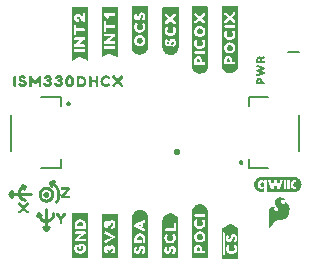
<source format=gto>
G04 EAGLE Gerber RS-274X export*
G75*
%MOMM*%
%FSLAX34Y34*%
%LPD*%
%INSilkscreen Top*%
%IPPOS*%
%AMOC8*
5,1,8,0,0,1.08239X$1,22.5*%
G01*
%ADD10C,0.254000*%
%ADD11C,0.203200*%
%ADD12C,0.560987*%

G36*
X190704Y177626D02*
X190704Y177626D01*
X190707Y177623D01*
X192107Y177823D01*
X192112Y177828D01*
X192116Y177825D01*
X192715Y178025D01*
X193414Y178225D01*
X193418Y178230D01*
X193422Y178228D01*
X194022Y178528D01*
X194025Y178535D01*
X194031Y178534D01*
X195031Y179334D01*
X195032Y179338D01*
X195035Y179337D01*
X196035Y180337D01*
X196036Y180349D01*
X196044Y180350D01*
X196944Y182150D01*
X196943Y182157D01*
X196947Y182158D01*
X197147Y182858D01*
X197146Y182863D01*
X197149Y182865D01*
X197249Y183564D01*
X197349Y184164D01*
X197346Y184169D01*
X197349Y184172D01*
X197349Y234372D01*
X197313Y234419D01*
X197310Y234417D01*
X197308Y234421D01*
X196708Y234521D01*
X196703Y234518D01*
X196700Y234521D01*
X183800Y234521D01*
X183753Y234485D01*
X183754Y234483D01*
X183752Y234482D01*
X183652Y233982D01*
X183653Y233979D01*
X183653Y233978D01*
X183655Y233975D01*
X183651Y233972D01*
X183651Y184372D01*
X183654Y184367D01*
X183651Y184364D01*
X183751Y183764D01*
X183851Y183065D01*
X183951Y182365D01*
X183959Y182357D01*
X183956Y182350D01*
X184856Y180550D01*
X184863Y180547D01*
X184862Y180541D01*
X185262Y180041D01*
X185266Y180040D01*
X185265Y180037D01*
X186265Y179037D01*
X186272Y179036D01*
X186273Y179031D01*
X186873Y178631D01*
X186877Y178631D01*
X186878Y178628D01*
X188078Y178028D01*
X188083Y178029D01*
X188084Y178025D01*
X188684Y177825D01*
X188691Y177827D01*
X188693Y177823D01*
X190093Y177623D01*
X190098Y177626D01*
X190100Y177623D01*
X190700Y177623D01*
X190704Y177626D01*
G37*
G36*
X165304Y177118D02*
X165304Y177118D01*
X165307Y177115D01*
X166707Y177315D01*
X166712Y177320D01*
X166716Y177317D01*
X167315Y177517D01*
X168014Y177717D01*
X168018Y177722D01*
X168022Y177720D01*
X168622Y178020D01*
X168625Y178027D01*
X168631Y178026D01*
X169631Y178826D01*
X169632Y178830D01*
X169635Y178829D01*
X170635Y179829D01*
X170636Y179841D01*
X170644Y179842D01*
X171544Y181642D01*
X171543Y181649D01*
X171547Y181650D01*
X171747Y182350D01*
X171746Y182355D01*
X171749Y182357D01*
X171849Y183056D01*
X171949Y183656D01*
X171946Y183661D01*
X171949Y183664D01*
X171949Y233864D01*
X171913Y233911D01*
X171910Y233909D01*
X171908Y233913D01*
X171308Y234013D01*
X171303Y234010D01*
X171300Y234013D01*
X158400Y234013D01*
X158353Y233977D01*
X158354Y233975D01*
X158352Y233974D01*
X158252Y233474D01*
X158253Y233471D01*
X158253Y233470D01*
X158255Y233467D01*
X158251Y233464D01*
X158251Y183864D01*
X158254Y183859D01*
X158251Y183856D01*
X158351Y183256D01*
X158451Y182557D01*
X158551Y181857D01*
X158559Y181849D01*
X158556Y181842D01*
X159456Y180042D01*
X159463Y180039D01*
X159462Y180033D01*
X159862Y179533D01*
X159866Y179532D01*
X159865Y179529D01*
X160865Y178529D01*
X160872Y178528D01*
X160873Y178523D01*
X161473Y178123D01*
X161477Y178123D01*
X161478Y178120D01*
X162678Y177520D01*
X162683Y177521D01*
X162684Y177517D01*
X163284Y177317D01*
X163291Y177319D01*
X163293Y177315D01*
X164693Y177115D01*
X164698Y177118D01*
X164700Y177115D01*
X165300Y177115D01*
X165304Y177118D01*
G37*
G36*
X171847Y21051D02*
X171847Y21051D01*
X171845Y21054D01*
X171849Y21056D01*
X171949Y21656D01*
X171946Y21661D01*
X171949Y21664D01*
X171949Y60364D01*
X171946Y60369D01*
X171949Y60372D01*
X171849Y60972D01*
X171845Y60975D01*
X171847Y60978D01*
X171647Y61678D01*
X171646Y61679D01*
X171647Y61680D01*
X171447Y62279D01*
X171247Y62978D01*
X171236Y62986D01*
X171238Y62995D01*
X170840Y63493D01*
X170441Y64091D01*
X170438Y64092D01*
X170438Y64095D01*
X170038Y64595D01*
X170034Y64596D01*
X170035Y64599D01*
X169535Y65099D01*
X169528Y65100D01*
X169527Y65105D01*
X168927Y65505D01*
X168926Y65505D01*
X168925Y65506D01*
X168425Y65806D01*
X168422Y65806D01*
X168422Y65808D01*
X167822Y66108D01*
X167820Y66108D01*
X167819Y66109D01*
X167119Y66409D01*
X167111Y66407D01*
X167108Y66413D01*
X166508Y66513D01*
X166507Y66512D01*
X166507Y66513D01*
X165107Y66713D01*
X165102Y66710D01*
X165100Y66713D01*
X164500Y66713D01*
X164496Y66710D01*
X164493Y66713D01*
X163793Y66613D01*
X163789Y66609D01*
X163786Y66611D01*
X163086Y66411D01*
X163085Y66410D01*
X163084Y66411D01*
X162484Y66211D01*
X162481Y66206D01*
X162478Y66208D01*
X161878Y65908D01*
X161876Y65904D01*
X161873Y65905D01*
X161273Y65505D01*
X161272Y65502D01*
X161269Y65502D01*
X160769Y65102D01*
X160768Y65098D01*
X160765Y65099D01*
X159765Y64099D01*
X159765Y64095D01*
X159762Y64095D01*
X159362Y63595D01*
X159361Y63587D01*
X159356Y63586D01*
X158756Y62386D01*
X158757Y62379D01*
X158753Y62378D01*
X158553Y61679D01*
X158353Y61080D01*
X158355Y61073D01*
X158351Y61071D01*
X158251Y60371D01*
X158254Y60366D01*
X158251Y60364D01*
X158251Y21164D01*
X158287Y21117D01*
X158290Y21119D01*
X158292Y21115D01*
X158892Y21015D01*
X158897Y21018D01*
X158900Y21015D01*
X171800Y21015D01*
X171847Y21051D01*
G37*
G36*
X70036Y188253D02*
X70036Y188253D01*
X70087Y188270D01*
X70081Y188287D01*
X70095Y188298D01*
X70095Y233598D01*
X70059Y233645D01*
X70052Y233640D01*
X70046Y233647D01*
X56446Y233647D01*
X56399Y233611D01*
X56404Y233604D01*
X56397Y233598D01*
X56397Y188598D01*
X56413Y188577D01*
X56411Y188563D01*
X56711Y188263D01*
X56766Y188256D01*
X56769Y188254D01*
X62761Y191350D01*
X63438Y191447D01*
X69424Y188454D01*
X69429Y188455D01*
X69430Y188451D01*
X70030Y188251D01*
X70032Y188252D01*
X70033Y188251D01*
X70036Y188253D01*
G37*
G36*
X81953Y190931D02*
X81953Y190931D01*
X81968Y190924D01*
X88646Y194213D01*
X89224Y193924D01*
X95224Y190924D01*
X95282Y190935D01*
X95280Y190947D01*
X95292Y190950D01*
X95492Y191450D01*
X95488Y191463D01*
X95495Y191468D01*
X95495Y233368D01*
X95459Y233415D01*
X95456Y233413D01*
X95454Y233417D01*
X94854Y233517D01*
X94849Y233514D01*
X94846Y233517D01*
X81946Y233517D01*
X81899Y233481D01*
X81901Y233478D01*
X81897Y233476D01*
X81797Y232876D01*
X81800Y232871D01*
X81797Y232868D01*
X81797Y191468D01*
X81801Y191462D01*
X81798Y191458D01*
X81898Y190958D01*
X81942Y190919D01*
X81953Y190931D01*
G37*
G36*
X120826Y20794D02*
X120826Y20794D01*
X120839Y20794D01*
X121139Y21194D01*
X121139Y21202D01*
X121143Y21205D01*
X121139Y21209D01*
X121139Y21216D01*
X121149Y21224D01*
X121149Y55024D01*
X121146Y55028D01*
X121149Y55031D01*
X120949Y56431D01*
X120948Y56432D01*
X120949Y56432D01*
X120849Y57032D01*
X120841Y57039D01*
X120844Y57046D01*
X120545Y57645D01*
X120245Y58343D01*
X120241Y58346D01*
X120242Y58349D01*
X119942Y58849D01*
X119941Y58850D01*
X119941Y58851D01*
X119541Y59451D01*
X119534Y59454D01*
X119535Y59459D01*
X119035Y59959D01*
X119031Y59959D01*
X119031Y59962D01*
X118031Y60762D01*
X118023Y60763D01*
X118022Y60768D01*
X116822Y61368D01*
X116815Y61367D01*
X116814Y61371D01*
X116115Y61571D01*
X115516Y61771D01*
X115509Y61769D01*
X115507Y61773D01*
X114807Y61873D01*
X114802Y61870D01*
X114800Y61873D01*
X114100Y61873D01*
X114096Y61870D01*
X114093Y61873D01*
X113393Y61773D01*
X113392Y61772D01*
X113392Y61773D01*
X112792Y61673D01*
X112789Y61669D01*
X112786Y61671D01*
X112086Y61471D01*
X112085Y61470D01*
X112084Y61471D01*
X111484Y61271D01*
X111481Y61266D01*
X111478Y61268D01*
X110878Y60968D01*
X110876Y60964D01*
X110873Y60965D01*
X110273Y60565D01*
X110272Y60562D01*
X110269Y60562D01*
X109769Y60162D01*
X109768Y60158D01*
X109765Y60159D01*
X109265Y59659D01*
X109265Y59655D01*
X109262Y59655D01*
X108862Y59155D01*
X108861Y59151D01*
X108859Y59151D01*
X108459Y58551D01*
X108459Y58547D01*
X108456Y58546D01*
X107856Y57346D01*
X107857Y57341D01*
X107853Y57340D01*
X107653Y56740D01*
X107655Y56733D01*
X107651Y56731D01*
X107451Y55331D01*
X107454Y55326D01*
X107451Y55324D01*
X107451Y21124D01*
X107470Y21098D01*
X107470Y21085D01*
X107870Y20785D01*
X107892Y20785D01*
X107900Y20775D01*
X120800Y20775D01*
X120826Y20794D01*
G37*
G36*
X114304Y193246D02*
X114304Y193246D01*
X114307Y193243D01*
X115707Y193443D01*
X115708Y193444D01*
X115708Y193443D01*
X116308Y193543D01*
X116314Y193550D01*
X116319Y193547D01*
X117019Y193847D01*
X117021Y193849D01*
X117022Y193848D01*
X118222Y194448D01*
X118225Y194455D01*
X118231Y194454D01*
X118731Y194854D01*
X118732Y194858D01*
X118735Y194857D01*
X119235Y195357D01*
X119235Y195361D01*
X119238Y195361D01*
X119638Y195861D01*
X119639Y195865D01*
X119641Y195865D01*
X120441Y197065D01*
X120441Y197070D01*
X120442Y197071D01*
X120440Y197073D01*
X120440Y197074D01*
X120447Y197076D01*
X120847Y198276D01*
X120846Y198278D01*
X120847Y198278D01*
X121047Y198978D01*
X121046Y198982D01*
X121049Y198984D01*
X121149Y199584D01*
X121146Y199589D01*
X121149Y199592D01*
X121149Y233492D01*
X121146Y233497D01*
X121149Y233500D01*
X121049Y234100D01*
X121005Y234141D01*
X121003Y234138D01*
X121000Y234141D01*
X108100Y234141D01*
X108095Y234138D01*
X108092Y234141D01*
X107492Y234041D01*
X107451Y233997D01*
X107454Y233995D01*
X107451Y233992D01*
X107451Y199592D01*
X107454Y199588D01*
X107451Y199585D01*
X107551Y198885D01*
X107556Y198880D01*
X107553Y198876D01*
X107753Y198277D01*
X107953Y197578D01*
X107958Y197574D01*
X107956Y197570D01*
X108556Y196370D01*
X108563Y196367D01*
X108562Y196361D01*
X108962Y195861D01*
X108966Y195860D01*
X108965Y195857D01*
X109965Y194857D01*
X109969Y194857D01*
X109969Y194854D01*
X110469Y194454D01*
X110473Y194453D01*
X110473Y194451D01*
X111073Y194051D01*
X111077Y194051D01*
X111078Y194048D01*
X111678Y193748D01*
X111683Y193749D01*
X111684Y193745D01*
X112284Y193545D01*
X112286Y193546D01*
X112286Y193545D01*
X112986Y193345D01*
X112991Y193347D01*
X112993Y193343D01*
X113693Y193243D01*
X113698Y193246D01*
X113700Y193243D01*
X114300Y193243D01*
X114304Y193246D01*
G37*
G36*
X140713Y192838D02*
X140713Y192838D01*
X140716Y192835D01*
X141316Y192935D01*
X141319Y192939D01*
X141322Y192937D01*
X142022Y193137D01*
X142023Y193138D01*
X142024Y193137D01*
X143224Y193537D01*
X143229Y193545D01*
X143235Y193543D01*
X144435Y194343D01*
X144436Y194346D01*
X144439Y194346D01*
X144939Y194746D01*
X144940Y194750D01*
X144943Y194749D01*
X145443Y195249D01*
X145443Y195253D01*
X145446Y195253D01*
X145846Y195753D01*
X145847Y195761D01*
X145852Y195762D01*
X146452Y196962D01*
X146452Y196964D01*
X146453Y196965D01*
X146753Y197665D01*
X146751Y197673D01*
X146757Y197676D01*
X146857Y198276D01*
X146856Y198277D01*
X146857Y198277D01*
X147057Y199677D01*
X147054Y199682D01*
X147057Y199684D01*
X147057Y233484D01*
X147021Y233531D01*
X147014Y233526D01*
X147008Y233533D01*
X133508Y233533D01*
X133461Y233497D01*
X133464Y233493D01*
X133459Y233491D01*
X133359Y232791D01*
X133362Y232786D01*
X133359Y232784D01*
X133359Y199384D01*
X133362Y199379D01*
X133359Y199376D01*
X133459Y198776D01*
X133559Y198077D01*
X133563Y198073D01*
X133561Y198070D01*
X133761Y197370D01*
X133766Y197366D01*
X133764Y197362D01*
X134364Y196162D01*
X134371Y196159D01*
X134370Y196153D01*
X134768Y195655D01*
X135167Y195057D01*
X135177Y195053D01*
X135177Y195046D01*
X135675Y194647D01*
X136173Y194149D01*
X136185Y194148D01*
X136186Y194140D01*
X136783Y193841D01*
X137381Y193443D01*
X137390Y193444D01*
X137392Y193437D01*
X138592Y193037D01*
X138599Y193039D01*
X138601Y193035D01*
X140001Y192835D01*
X140006Y192838D01*
X140008Y192835D01*
X140708Y192835D01*
X140713Y192838D01*
G37*
G36*
X70501Y20965D02*
X70501Y20965D01*
X70499Y20968D01*
X70503Y20970D01*
X70603Y21570D01*
X70600Y21575D01*
X70603Y21578D01*
X70603Y58778D01*
X70567Y58825D01*
X70560Y58820D01*
X70554Y58827D01*
X57054Y58827D01*
X57007Y58791D01*
X57009Y58788D01*
X57005Y58786D01*
X56905Y58186D01*
X56908Y58181D01*
X56905Y58178D01*
X56905Y24378D01*
X56910Y24371D01*
X56907Y24362D01*
X56920Y24358D01*
X56941Y24331D01*
X56960Y24345D01*
X56962Y24344D01*
X56925Y24318D01*
X56920Y24301D01*
X56907Y24291D01*
X56912Y24284D01*
X56905Y24278D01*
X56905Y20978D01*
X56941Y20931D01*
X56948Y20936D01*
X56954Y20929D01*
X70454Y20929D01*
X70501Y20965D01*
G37*
G36*
X95538Y21004D02*
X95538Y21004D01*
X95546Y21006D01*
X95746Y21506D01*
X95742Y21519D01*
X95749Y21524D01*
X95749Y58124D01*
X95713Y58171D01*
X95710Y58169D01*
X95708Y58173D01*
X95108Y58273D01*
X95103Y58270D01*
X95100Y58273D01*
X82200Y58273D01*
X82153Y58237D01*
X82155Y58234D01*
X82151Y58232D01*
X82051Y57632D01*
X82054Y57627D01*
X82051Y57624D01*
X82051Y21224D01*
X82080Y21186D01*
X82082Y21178D01*
X82582Y20978D01*
X82595Y20982D01*
X82600Y20975D01*
X95500Y20975D01*
X95538Y21004D01*
G37*
G36*
X146701Y20687D02*
X146701Y20687D01*
X146698Y20691D01*
X146703Y20693D01*
X146803Y21393D01*
X146800Y21398D01*
X146803Y21400D01*
X146803Y52500D01*
X146800Y52504D01*
X146803Y52507D01*
X146703Y53207D01*
X146699Y53211D01*
X146701Y53214D01*
X146501Y53914D01*
X146500Y53915D01*
X146501Y53916D01*
X146101Y55116D01*
X146093Y55121D01*
X146095Y55127D01*
X145295Y56327D01*
X145292Y56328D01*
X145292Y56331D01*
X144892Y56831D01*
X144885Y56833D01*
X144885Y56838D01*
X144385Y57238D01*
X143786Y57738D01*
X143780Y57738D01*
X143779Y57742D01*
X143279Y58042D01*
X143276Y58042D01*
X143276Y58044D01*
X142676Y58344D01*
X142669Y58343D01*
X142668Y58347D01*
X141969Y58547D01*
X141370Y58747D01*
X141363Y58745D01*
X141361Y58749D01*
X139961Y58949D01*
X139952Y58944D01*
X139947Y58949D01*
X139247Y58849D01*
X139246Y58848D01*
X139246Y58849D01*
X138646Y58749D01*
X137947Y58649D01*
X137939Y58641D01*
X137932Y58644D01*
X136132Y57744D01*
X136129Y57737D01*
X136123Y57738D01*
X135623Y57338D01*
X135622Y57334D01*
X135619Y57335D01*
X134619Y56335D01*
X134619Y56331D01*
X134616Y56331D01*
X134216Y55831D01*
X134215Y55823D01*
X134210Y55822D01*
X133610Y54622D01*
X133611Y54615D01*
X133607Y54614D01*
X133407Y53915D01*
X133207Y53316D01*
X133209Y53309D01*
X133205Y53307D01*
X133105Y52607D01*
X133108Y52602D01*
X133105Y52600D01*
X133105Y20800D01*
X133141Y20753D01*
X133144Y20755D01*
X133146Y20751D01*
X133746Y20651D01*
X133751Y20654D01*
X133754Y20651D01*
X146654Y20651D01*
X146701Y20687D01*
G37*
G36*
X219580Y76900D02*
X219580Y76900D01*
X219602Y76903D01*
X219610Y76920D01*
X219619Y76925D01*
X219617Y76935D01*
X219624Y76950D01*
X219636Y77366D01*
X219636Y77367D01*
X219636Y80546D01*
X219630Y80555D01*
X219633Y80566D01*
X219613Y80582D01*
X219600Y80603D01*
X219589Y80601D01*
X219580Y80608D01*
X219537Y80594D01*
X219532Y80593D01*
X219532Y80592D01*
X219531Y80592D01*
X219214Y80294D01*
X218803Y79979D01*
X218338Y79757D01*
X217835Y79637D01*
X217318Y79603D01*
X216800Y79651D01*
X216295Y79769D01*
X215811Y79954D01*
X215362Y80211D01*
X214976Y80556D01*
X214651Y80960D01*
X214386Y81406D01*
X214179Y81882D01*
X214054Y82388D01*
X213981Y82906D01*
X213945Y83427D01*
X213985Y83948D01*
X214068Y84464D01*
X214200Y84968D01*
X214416Y85440D01*
X214698Y85875D01*
X215040Y86263D01*
X215440Y86590D01*
X215893Y86842D01*
X216386Y87001D01*
X216898Y87089D01*
X217417Y87122D01*
X217932Y87066D01*
X218427Y86917D01*
X218885Y86680D01*
X219290Y86351D01*
X219291Y86350D01*
X219292Y86349D01*
X219536Y86164D01*
X219544Y86164D01*
X219548Y86157D01*
X219576Y86161D01*
X219604Y86159D01*
X219607Y86166D01*
X219615Y86167D01*
X219636Y86214D01*
X219636Y86819D01*
X219647Y87045D01*
X221947Y87045D01*
X221943Y86799D01*
X221951Y86787D01*
X221971Y77141D01*
X221971Y77140D01*
X221971Y77138D01*
X221980Y76948D01*
X221992Y76931D01*
X221995Y76910D01*
X222013Y76902D01*
X222020Y76893D01*
X222029Y76895D01*
X222043Y76889D01*
X244621Y76891D01*
X244623Y76892D01*
X244627Y76891D01*
X245681Y76997D01*
X245684Y76999D01*
X245688Y76998D01*
X246203Y77110D01*
X246206Y77112D01*
X246210Y77111D01*
X247215Y77440D01*
X247219Y77444D01*
X247226Y77445D01*
X248157Y77950D01*
X248159Y77954D01*
X248166Y77956D01*
X248995Y78612D01*
X248996Y78615D01*
X249000Y78617D01*
X249377Y78985D01*
X249378Y78988D01*
X249382Y78990D01*
X250049Y79813D01*
X250049Y79818D01*
X250055Y79822D01*
X250561Y80753D01*
X250560Y80758D01*
X250564Y80762D01*
X250748Y81256D01*
X250747Y81258D01*
X250749Y81260D01*
X250906Y81765D01*
X250905Y81767D01*
X250907Y81769D01*
X251031Y82282D01*
X251029Y82286D01*
X251032Y82290D01*
X251139Y83344D01*
X251136Y83349D01*
X251139Y83356D01*
X251049Y84410D01*
X251048Y84412D01*
X251049Y84416D01*
X250958Y84935D01*
X250956Y84938D01*
X250956Y84943D01*
X250642Y85955D01*
X250638Y85958D01*
X250638Y85966D01*
X250137Y86899D01*
X250134Y86900D01*
X250133Y86905D01*
X249830Y87337D01*
X249828Y87338D01*
X249827Y87341D01*
X249490Y87750D01*
X249489Y87750D01*
X249488Y87752D01*
X249458Y87786D01*
X249401Y87848D01*
X249401Y87849D01*
X249344Y87911D01*
X249287Y87974D01*
X249174Y88099D01*
X249174Y88100D01*
X249134Y88143D01*
X249130Y88144D01*
X249127Y88150D01*
X248310Y88824D01*
X248305Y88824D01*
X248301Y88830D01*
X247376Y89345D01*
X247373Y89345D01*
X247369Y89348D01*
X246883Y89550D01*
X246880Y89550D01*
X246876Y89553D01*
X245862Y89854D01*
X245857Y89853D01*
X245851Y89856D01*
X244796Y89963D01*
X244607Y89982D01*
X244604Y89980D01*
X244601Y89982D01*
X217585Y89982D01*
X217583Y89980D01*
X217579Y89982D01*
X216525Y89877D01*
X216522Y89875D01*
X216519Y89876D01*
X216002Y89772D01*
X216000Y89770D01*
X215995Y89771D01*
X214987Y89448D01*
X214983Y89444D01*
X214976Y89444D01*
X214045Y88938D01*
X214043Y88935D01*
X214037Y88934D01*
X213613Y88620D01*
X213612Y88619D01*
X213610Y88618D01*
X213201Y88281D01*
X213201Y88279D01*
X213198Y88278D01*
X212816Y87915D01*
X212815Y87911D01*
X212811Y87909D01*
X212138Y87091D01*
X212138Y87086D01*
X212132Y87081D01*
X211626Y86150D01*
X211626Y86146D01*
X211623Y86142D01*
X211433Y85651D01*
X211433Y85649D01*
X211431Y85646D01*
X211274Y85141D01*
X211275Y85139D01*
X211273Y85138D01*
X211142Y84626D01*
X211144Y84622D01*
X211141Y84617D01*
X211034Y83563D01*
X211036Y83559D01*
X211034Y83553D01*
X211063Y83026D01*
X211064Y83025D01*
X211063Y83023D01*
X211116Y82496D01*
X211117Y82495D01*
X211117Y82493D01*
X211200Y81972D01*
X211203Y81969D01*
X211202Y81963D01*
X211516Y80951D01*
X211520Y80948D01*
X211521Y80941D01*
X212015Y80005D01*
X212018Y80003D01*
X212018Y79999D01*
X212315Y79563D01*
X212318Y79562D01*
X212319Y79557D01*
X212436Y79420D01*
X212490Y79357D01*
X212543Y79295D01*
X212704Y79106D01*
X212757Y79044D01*
X212811Y78981D01*
X212864Y78918D01*
X213006Y78752D01*
X213010Y78751D01*
X213013Y78745D01*
X213831Y78070D01*
X213835Y78070D01*
X213840Y78064D01*
X214761Y77544D01*
X214764Y77544D01*
X214767Y77541D01*
X215251Y77332D01*
X215254Y77332D01*
X215257Y77329D01*
X216270Y77020D01*
X216275Y77022D01*
X216282Y77018D01*
X217336Y76912D01*
X217338Y76913D01*
X217340Y76912D01*
X217868Y76889D01*
X217869Y76889D01*
X217871Y76889D01*
X219562Y76889D01*
X219580Y76900D01*
G37*
G36*
X197501Y20515D02*
X197501Y20515D01*
X197498Y20519D01*
X197503Y20521D01*
X197603Y21221D01*
X197600Y21226D01*
X197603Y21228D01*
X197603Y46228D01*
X197589Y46246D01*
X197592Y46259D01*
X197192Y46759D01*
X197178Y46763D01*
X197176Y46772D01*
X191076Y49772D01*
X191060Y49769D01*
X191054Y49777D01*
X190454Y49777D01*
X190441Y49768D01*
X190432Y49772D01*
X184432Y46772D01*
X184429Y46765D01*
X184423Y46766D01*
X183923Y46366D01*
X183919Y46351D01*
X183915Y46348D01*
X183918Y46345D01*
X183916Y46336D01*
X183905Y46328D01*
X183905Y20628D01*
X183941Y20581D01*
X183945Y20584D01*
X183947Y20579D01*
X184647Y20479D01*
X184652Y20482D01*
X184654Y20479D01*
X197454Y20479D01*
X197501Y20515D01*
G37*
G36*
X223711Y46411D02*
X223711Y46411D01*
X223773Y46413D01*
X223795Y46426D01*
X223821Y46430D01*
X223892Y46478D01*
X223925Y46496D01*
X223931Y46504D01*
X223941Y46511D01*
X224441Y47011D01*
X224460Y47042D01*
X224498Y47084D01*
X224774Y47544D01*
X225241Y48011D01*
X225249Y48024D01*
X225264Y48037D01*
X225753Y48623D01*
X226941Y49811D01*
X226948Y49822D01*
X226961Y49833D01*
X228151Y51222D01*
X229108Y52178D01*
X230006Y52717D01*
X230503Y52800D01*
X232372Y52800D01*
X232398Y52806D01*
X232435Y52805D01*
X233635Y53005D01*
X233650Y53012D01*
X233672Y53013D01*
X234772Y53313D01*
X234789Y53322D01*
X234813Y53327D01*
X235813Y53727D01*
X235835Y53742D01*
X235868Y53754D01*
X236868Y54354D01*
X236888Y54374D01*
X236922Y54394D01*
X237722Y55094D01*
X237729Y55103D01*
X237741Y55111D01*
X238541Y55911D01*
X238552Y55929D01*
X238572Y55947D01*
X239272Y56847D01*
X239283Y56870D01*
X239304Y56895D01*
X240304Y58695D01*
X240315Y58731D01*
X240340Y58783D01*
X240840Y60683D01*
X240841Y60715D01*
X240852Y60758D01*
X240952Y62458D01*
X240945Y62494D01*
X240946Y62550D01*
X240646Y64150D01*
X240637Y64171D01*
X240633Y64200D01*
X240133Y65700D01*
X240114Y65731D01*
X240093Y65784D01*
X239393Y66884D01*
X239374Y66903D01*
X239356Y66933D01*
X239131Y67186D01*
X238793Y67566D01*
X238556Y67833D01*
X238524Y67855D01*
X238474Y67902D01*
X237674Y68402D01*
X237644Y68413D01*
X237624Y68427D01*
X237589Y68433D01*
X237544Y68453D01*
X237527Y68453D01*
X237510Y68458D01*
X237478Y68454D01*
X237472Y68454D01*
X237464Y68452D01*
X237441Y68449D01*
X237371Y68447D01*
X237356Y68438D01*
X237338Y68436D01*
X237308Y68416D01*
X237303Y68415D01*
X237289Y68403D01*
X237280Y68397D01*
X237219Y68364D01*
X237209Y68349D01*
X237194Y68339D01*
X237178Y68311D01*
X237170Y68305D01*
X237156Y68274D01*
X237119Y68222D01*
X237116Y68203D01*
X237108Y68189D01*
X237106Y68163D01*
X237099Y68146D01*
X237100Y68121D01*
X237092Y68080D01*
X237092Y67242D01*
X237020Y67026D01*
X236960Y66905D01*
X236767Y66712D01*
X236610Y66660D01*
X236419Y66660D01*
X235705Y66839D01*
X235363Y67010D01*
X235092Y67191D01*
X234722Y67468D01*
X234168Y68022D01*
X233825Y68536D01*
X233752Y68827D01*
X233752Y69318D01*
X233824Y69534D01*
X233902Y69689D01*
X234052Y69915D01*
X234373Y70155D01*
X234696Y70317D01*
X235147Y70407D01*
X235154Y70411D01*
X235164Y70411D01*
X235519Y70500D01*
X235982Y70500D01*
X236102Y70440D01*
X236117Y70436D01*
X236130Y70427D01*
X236264Y70401D01*
X236271Y70400D01*
X236272Y70400D01*
X236372Y70400D01*
X236397Y70406D01*
X236423Y70403D01*
X236481Y70425D01*
X236541Y70439D01*
X236561Y70456D01*
X236585Y70465D01*
X236627Y70510D01*
X236674Y70549D01*
X236685Y70573D01*
X236702Y70592D01*
X236720Y70651D01*
X236745Y70708D01*
X236744Y70733D01*
X236752Y70758D01*
X236741Y70819D01*
X236739Y70881D01*
X236726Y70903D01*
X236722Y70929D01*
X236674Y71000D01*
X236656Y71033D01*
X236648Y71039D01*
X236641Y71049D01*
X236541Y71149D01*
X236521Y71161D01*
X236500Y71184D01*
X236100Y71484D01*
X236074Y71496D01*
X236042Y71520D01*
X234642Y72220D01*
X234630Y72223D01*
X234621Y72229D01*
X234592Y72235D01*
X234555Y72251D01*
X233655Y72451D01*
X233621Y72451D01*
X233572Y72460D01*
X232572Y72460D01*
X232544Y72454D01*
X232504Y72454D01*
X231404Y72254D01*
X231369Y72239D01*
X231312Y72221D01*
X231297Y72217D01*
X231294Y72215D01*
X231290Y72214D01*
X230190Y71614D01*
X230170Y71596D01*
X230139Y71580D01*
X229239Y70880D01*
X229219Y70856D01*
X229150Y70782D01*
X228650Y69982D01*
X228638Y69948D01*
X228611Y69900D01*
X228311Y69000D01*
X228308Y68963D01*
X228292Y68880D01*
X228292Y68080D01*
X228299Y68047D01*
X228301Y67998D01*
X228501Y67098D01*
X228518Y67062D01*
X228540Y66995D01*
X229040Y66095D01*
X229062Y66071D01*
X229086Y66030D01*
X229786Y65230D01*
X229787Y65229D01*
X229788Y65227D01*
X230588Y64327D01*
X230596Y64322D01*
X230603Y64311D01*
X231245Y63669D01*
X231492Y63011D01*
X231492Y62442D01*
X231333Y61965D01*
X231012Y61564D01*
X230516Y61233D01*
X229825Y61060D01*
X229110Y61060D01*
X228681Y61146D01*
X228286Y61304D01*
X227768Y61822D01*
X227617Y62049D01*
X227552Y62242D01*
X227552Y62518D01*
X227604Y62675D01*
X228077Y63148D01*
X228292Y63219D01*
X228312Y63232D01*
X228342Y63240D01*
X228742Y63440D01*
X228771Y63464D01*
X228841Y63511D01*
X228941Y63611D01*
X228954Y63632D01*
X228973Y63648D01*
X228999Y63705D01*
X229032Y63758D01*
X229035Y63783D01*
X229045Y63806D01*
X229043Y63869D01*
X229049Y63931D01*
X229040Y63954D01*
X229039Y63979D01*
X229009Y64034D01*
X228987Y64093D01*
X228969Y64110D01*
X228957Y64132D01*
X228887Y64186D01*
X228860Y64210D01*
X228851Y64213D01*
X228842Y64220D01*
X228442Y64420D01*
X228427Y64424D01*
X228414Y64433D01*
X228280Y64459D01*
X228274Y64460D01*
X228273Y64460D01*
X228272Y64460D01*
X227072Y64460D01*
X227046Y64454D01*
X227010Y64455D01*
X226410Y64355D01*
X226404Y64353D01*
X226397Y64353D01*
X225897Y64253D01*
X225871Y64241D01*
X225831Y64233D01*
X225331Y64033D01*
X225300Y64011D01*
X225244Y63984D01*
X224844Y63684D01*
X224840Y63680D01*
X224834Y63677D01*
X224334Y63277D01*
X224317Y63254D01*
X224246Y63176D01*
X223646Y62176D01*
X223634Y62140D01*
X223606Y62084D01*
X223406Y61384D01*
X223405Y61359D01*
X223395Y61327D01*
X223295Y60527D01*
X223297Y60506D01*
X223292Y60480D01*
X223292Y46780D01*
X223298Y46755D01*
X223295Y46729D01*
X223317Y46672D01*
X223331Y46611D01*
X223348Y46591D01*
X223357Y46567D01*
X223402Y46525D01*
X223441Y46478D01*
X223465Y46467D01*
X223484Y46450D01*
X223543Y46432D01*
X223600Y46407D01*
X223625Y46408D01*
X223650Y46400D01*
X223711Y46411D01*
G37*
%LPC*%
G36*
X190303Y194221D02*
X190303Y194221D01*
X188911Y194420D01*
X188322Y194617D01*
X187727Y195013D01*
X187723Y195013D01*
X187722Y195016D01*
X187129Y195313D01*
X186638Y195803D01*
X186243Y196397D01*
X185946Y196991D01*
X185549Y198180D01*
X185549Y199268D01*
X185648Y199861D01*
X185846Y200554D01*
X186142Y201145D01*
X186538Y201641D01*
X186539Y201645D01*
X186541Y201645D01*
X186936Y202237D01*
X187527Y202631D01*
X187528Y202634D01*
X187531Y202634D01*
X188027Y203030D01*
X188615Y203324D01*
X189307Y203423D01*
X189308Y203424D01*
X189308Y203423D01*
X189904Y203523D01*
X190600Y203523D01*
X190647Y203559D01*
X190644Y203563D01*
X190647Y203564D01*
X190641Y203571D01*
X190649Y203579D01*
X190349Y205679D01*
X190306Y205721D01*
X190303Y205717D01*
X190300Y205721D01*
X189604Y205721D01*
X189012Y205820D01*
X188420Y206017D01*
X187728Y206413D01*
X187233Y206809D01*
X186837Y207205D01*
X186342Y207799D01*
X186044Y208394D01*
X185748Y208987D01*
X185649Y209679D01*
X185648Y209680D01*
X185649Y209680D01*
X185549Y210276D01*
X185549Y210969D01*
X185648Y211662D01*
X185846Y212352D01*
X186142Y212846D01*
X186535Y213435D01*
X187025Y213730D01*
X187033Y213748D01*
X187047Y213759D01*
X187041Y213768D01*
X187042Y213772D01*
X187049Y213778D01*
X187045Y213805D01*
X187577Y213628D01*
X188260Y213140D01*
X188448Y212670D01*
X188254Y212091D01*
X187956Y211494D01*
X187957Y211489D01*
X187953Y211488D01*
X187753Y210888D01*
X187755Y210882D01*
X187753Y210880D01*
X187756Y210876D01*
X187751Y210872D01*
X187751Y210172D01*
X187757Y210164D01*
X187753Y210158D01*
X187953Y209458D01*
X187958Y209454D01*
X187956Y209450D01*
X188256Y208850D01*
X188266Y208845D01*
X188265Y208837D01*
X188765Y208337D01*
X188777Y208336D01*
X188778Y208328D01*
X189378Y208028D01*
X189389Y208030D01*
X189392Y208023D01*
X189992Y207923D01*
X189997Y207926D01*
X190000Y207923D01*
X190800Y207923D01*
X190805Y207926D01*
X190808Y207923D01*
X191408Y208023D01*
X191418Y208034D01*
X191427Y208031D01*
X192027Y208431D01*
X192031Y208441D01*
X192038Y208441D01*
X192438Y208941D01*
X192439Y208945D01*
X192441Y208945D01*
X192841Y209545D01*
X192840Y209560D01*
X192849Y209565D01*
X192949Y210265D01*
X192946Y210270D01*
X192949Y210272D01*
X192949Y210872D01*
X192943Y210880D01*
X192947Y210886D01*
X192747Y211586D01*
X192742Y211590D01*
X192744Y211594D01*
X192254Y212574D01*
X192441Y213042D01*
X193024Y213528D01*
X193596Y213719D01*
X194166Y213434D01*
X194558Y212846D01*
X194854Y212352D01*
X195052Y211662D01*
X195151Y210969D01*
X195151Y210375D01*
X195051Y209679D01*
X194952Y208987D01*
X194656Y208394D01*
X194358Y207799D01*
X193963Y207305D01*
X193467Y206809D01*
X192974Y206415D01*
X192282Y206118D01*
X191684Y205919D01*
X191092Y205721D01*
X190400Y205721D01*
X190353Y205685D01*
X190361Y205675D01*
X190351Y205665D01*
X190651Y203565D01*
X190690Y203526D01*
X190692Y203523D01*
X191292Y203423D01*
X191293Y203424D01*
X191293Y203423D01*
X191985Y203324D01*
X192578Y203028D01*
X193173Y202730D01*
X193667Y202335D01*
X194162Y201841D01*
X194557Y201247D01*
X194854Y200653D01*
X195052Y200061D01*
X195151Y199369D01*
X195151Y198079D01*
X194954Y197390D01*
X194656Y196794D01*
X194359Y196201D01*
X193371Y195213D01*
X192181Y194618D01*
X190992Y194221D01*
X190303Y194221D01*
G37*
%LPD*%
%LPC*%
G36*
X164308Y34313D02*
X164308Y34313D01*
X164306Y34312D01*
X164300Y34312D01*
X164283Y34299D01*
X164255Y34285D01*
X164258Y34280D01*
X164252Y34276D01*
X164255Y34273D01*
X164251Y34272D01*
X164248Y34252D01*
X164249Y34259D01*
X164218Y34310D01*
X164212Y34306D01*
X164208Y34313D01*
X163612Y34412D01*
X163018Y34610D01*
X162326Y34907D01*
X161833Y35301D01*
X161337Y35797D01*
X160940Y36293D01*
X160545Y36886D01*
X160347Y37479D01*
X160149Y38171D01*
X160149Y39161D01*
X160248Y39853D01*
X160447Y40448D01*
X160645Y41042D01*
X161038Y41633D01*
X162033Y42627D01*
X162524Y43020D01*
X163115Y43217D01*
X163811Y43416D01*
X164408Y43515D01*
X165107Y43615D01*
X165146Y43655D01*
X165151Y43562D01*
X165189Y43516D01*
X165195Y43521D01*
X165200Y43515D01*
X165793Y43515D01*
X166485Y43317D01*
X167081Y43118D01*
X167671Y42823D01*
X168663Y41831D01*
X169060Y41335D01*
X169455Y40742D01*
X169652Y40153D01*
X169751Y39461D01*
X169751Y38171D01*
X169553Y37479D01*
X169355Y36886D01*
X168960Y36293D01*
X168563Y35797D01*
X168069Y35302D01*
X167475Y34907D01*
X166881Y34610D01*
X166289Y34412D01*
X165593Y34313D01*
X164901Y34214D01*
X164308Y34313D01*
G37*
%LPD*%
%LPC*%
G36*
X164503Y208313D02*
X164503Y208313D01*
X163811Y208412D01*
X163218Y208610D01*
X162522Y208908D01*
X162031Y209203D01*
X161037Y210197D01*
X160644Y210688D01*
X160447Y211279D01*
X160248Y211974D01*
X160149Y212667D01*
X160149Y213657D01*
X160347Y214349D01*
X160544Y214940D01*
X160938Y215433D01*
X160939Y215437D01*
X160941Y215437D01*
X161338Y216033D01*
X161831Y216526D01*
X162426Y216922D01*
X162920Y217218D01*
X163614Y217417D01*
X163615Y217418D01*
X163616Y217417D01*
X164208Y217615D01*
X165593Y217615D01*
X166285Y217417D01*
X166881Y217218D01*
X167475Y216921D01*
X168071Y216524D01*
X168563Y216130D01*
X168959Y215537D01*
X168962Y215536D01*
X168962Y215533D01*
X169355Y215041D01*
X169553Y214350D01*
X169554Y214349D01*
X169553Y214348D01*
X169751Y213756D01*
X169751Y212368D01*
X169652Y211775D01*
X169455Y211087D01*
X169062Y210595D01*
X169061Y210591D01*
X169059Y210591D01*
X168662Y209995D01*
X168167Y209501D01*
X167671Y209104D01*
X167078Y208709D01*
X166484Y208511D01*
X165892Y208313D01*
X164503Y208313D01*
G37*
%LPD*%
G36*
X64560Y165942D02*
X64560Y165942D01*
X64563Y165939D01*
X65263Y166039D01*
X65268Y166044D01*
X65272Y166041D01*
X65872Y166241D01*
X65875Y166246D01*
X65878Y166244D01*
X67078Y166844D01*
X67083Y166854D01*
X67091Y166853D01*
X67591Y167353D01*
X67591Y167357D01*
X67594Y167357D01*
X67994Y167857D01*
X67995Y167861D01*
X67997Y167861D01*
X68397Y168461D01*
X68397Y168465D01*
X68400Y168466D01*
X68700Y169066D01*
X68699Y169071D01*
X68703Y169072D01*
X68903Y169672D01*
X68899Y169683D01*
X68905Y169688D01*
X68905Y170385D01*
X69005Y171081D01*
X69000Y171090D01*
X69005Y171095D01*
X68905Y171795D01*
X68901Y171799D01*
X68903Y171802D01*
X68703Y172502D01*
X68696Y172507D01*
X68698Y172513D01*
X68398Y173013D01*
X68397Y173014D01*
X68397Y173015D01*
X67997Y173615D01*
X67994Y173616D01*
X67994Y173619D01*
X67594Y174119D01*
X67587Y174121D01*
X67588Y174126D01*
X66988Y174626D01*
X66982Y174626D01*
X66981Y174630D01*
X66481Y174930D01*
X66478Y174930D01*
X66478Y174932D01*
X65878Y175232D01*
X65871Y175231D01*
X65870Y175235D01*
X65170Y175435D01*
X65166Y175434D01*
X65164Y175437D01*
X64564Y175537D01*
X64559Y175534D01*
X64556Y175537D01*
X61256Y175537D01*
X61238Y175524D01*
X61226Y175527D01*
X60826Y175227D01*
X60822Y175211D01*
X60821Y175207D01*
X60809Y175204D01*
X60609Y174604D01*
X60613Y174593D01*
X60607Y174588D01*
X60607Y167088D01*
X60610Y167084D01*
X60607Y167081D01*
X60707Y166381D01*
X60723Y166366D01*
X60721Y166353D01*
X61021Y166053D01*
X61044Y166050D01*
X61050Y166039D01*
X61850Y165939D01*
X61854Y165941D01*
X61856Y165939D01*
X64556Y165939D01*
X64560Y165942D01*
G37*
%LPC*%
G36*
X186749Y216078D02*
X186749Y216078D01*
X186709Y216119D01*
X186708Y216121D01*
X186128Y216217D01*
X185847Y216591D01*
X185750Y217368D01*
X185942Y218040D01*
X186414Y218323D01*
X193800Y218323D01*
X193847Y218359D01*
X193843Y218365D01*
X193849Y218369D01*
X193949Y220069D01*
X193927Y220103D01*
X193925Y220114D01*
X193429Y220412D01*
X192832Y220910D01*
X190333Y223109D01*
X190273Y223113D01*
X190273Y223108D01*
X190268Y223109D01*
X187171Y220412D01*
X186694Y220126D01*
X186129Y220314D01*
X185643Y220898D01*
X185452Y221374D01*
X185643Y221945D01*
X186133Y222436D01*
X188232Y224235D01*
X188233Y224237D01*
X188235Y224237D01*
X188635Y224637D01*
X188643Y224696D01*
X188632Y224698D01*
X188633Y224708D01*
X186134Y227008D01*
X185642Y227500D01*
X185452Y227974D01*
X185643Y228545D01*
X186224Y229127D01*
X186690Y229220D01*
X187270Y228833D01*
X189867Y226636D01*
X190265Y226237D01*
X190289Y226234D01*
X190290Y226233D01*
X190299Y226233D01*
X190324Y226229D01*
X190325Y226237D01*
X190333Y226236D01*
X192832Y228534D01*
X193327Y228930D01*
X193902Y229218D01*
X194372Y229030D01*
X194958Y228444D01*
X195148Y227970D01*
X194958Y227400D01*
X191868Y224709D01*
X191856Y224651D01*
X191870Y224648D01*
X191869Y224634D01*
X192369Y224234D01*
X194367Y222435D01*
X194369Y222435D01*
X194368Y222434D01*
X194959Y221942D01*
X195148Y221470D01*
X194957Y220899D01*
X194371Y220313D01*
X193978Y220116D01*
X193967Y220094D01*
X193961Y220090D01*
X193963Y220087D01*
X193961Y220082D01*
X193951Y220075D01*
X193851Y218375D01*
X193884Y218325D01*
X193893Y218332D01*
X193900Y218323D01*
X194488Y218323D01*
X195055Y218039D01*
X195151Y217369D01*
X195151Y216592D01*
X194776Y216218D01*
X194196Y216121D01*
X186800Y216121D01*
X186753Y216085D01*
X186760Y216076D01*
X186751Y216068D01*
X186753Y216050D01*
X186749Y216078D01*
G37*
%LPD*%
G36*
X21861Y165942D02*
X21861Y165942D01*
X21864Y165939D01*
X22464Y166039D01*
X22485Y166061D01*
X22498Y166063D01*
X22798Y166563D01*
X22798Y166566D01*
X22796Y166581D01*
X22805Y166588D01*
X22805Y171308D01*
X22924Y171249D01*
X24717Y168858D01*
X24725Y168856D01*
X24725Y168850D01*
X25225Y168450D01*
X25244Y168449D01*
X25249Y168439D01*
X25949Y168339D01*
X25972Y168352D01*
X25973Y168352D01*
X25974Y168353D01*
X25987Y168350D01*
X26487Y168750D01*
X26488Y168754D01*
X26491Y168753D01*
X26891Y169153D01*
X26892Y169160D01*
X26896Y169160D01*
X28407Y171331D01*
X28407Y166688D01*
X28418Y166673D01*
X28414Y166663D01*
X28714Y166163D01*
X28736Y166154D01*
X28740Y166141D01*
X29340Y165941D01*
X29351Y165945D01*
X29356Y165939D01*
X30156Y165939D01*
X30174Y165952D01*
X30186Y165949D01*
X30586Y166249D01*
X30590Y166265D01*
X30597Y166270D01*
X30596Y166272D01*
X30603Y166274D01*
X30803Y166974D01*
X30800Y166984D01*
X30805Y166988D01*
X30805Y174488D01*
X30802Y174493D01*
X30805Y174496D01*
X30705Y175096D01*
X30686Y175114D01*
X30686Y175127D01*
X30286Y175427D01*
X30267Y175427D01*
X30261Y175437D01*
X29361Y175537D01*
X29348Y175529D01*
X29340Y175535D01*
X28740Y175335D01*
X28729Y175319D01*
X28718Y175319D01*
X27418Y173719D01*
X27418Y173718D01*
X27417Y173718D01*
X25925Y171729D01*
X25473Y171548D01*
X23095Y174718D01*
X23094Y174718D01*
X23094Y174719D01*
X22694Y175219D01*
X22680Y175222D01*
X22678Y175232D01*
X22078Y175532D01*
X22062Y175529D01*
X22056Y175537D01*
X21256Y175537D01*
X21241Y175526D01*
X21231Y175530D01*
X20731Y175230D01*
X20722Y175208D01*
X20709Y175204D01*
X20509Y174604D01*
X20513Y174593D01*
X20507Y174588D01*
X20507Y166488D01*
X20523Y166467D01*
X20521Y166453D01*
X21021Y165953D01*
X21048Y165950D01*
X21056Y165939D01*
X21856Y165939D01*
X21861Y165942D01*
G37*
G36*
X55465Y165946D02*
X55465Y165946D01*
X55472Y165941D01*
X56072Y166141D01*
X56075Y166146D01*
X56078Y166144D01*
X56678Y166444D01*
X56681Y166451D01*
X56687Y166450D01*
X57187Y166850D01*
X57189Y166857D01*
X57194Y166857D01*
X57594Y167357D01*
X57595Y167362D01*
X57598Y167363D01*
X57898Y167863D01*
X57897Y167871D01*
X57903Y167872D01*
X58103Y168472D01*
X58102Y168474D01*
X58103Y168474D01*
X58303Y169174D01*
X58303Y169175D01*
X58304Y169176D01*
X58302Y169178D01*
X58302Y169179D01*
X58305Y169181D01*
X58505Y170581D01*
X58502Y170586D01*
X58505Y170588D01*
X58505Y171388D01*
X58502Y171393D01*
X58505Y171396D01*
X58405Y171996D01*
X58305Y172695D01*
X58301Y172699D01*
X58303Y172702D01*
X58103Y173402D01*
X58098Y173406D01*
X58100Y173410D01*
X57500Y174610D01*
X57487Y174617D01*
X57487Y174626D01*
X56987Y175026D01*
X56388Y175526D01*
X56374Y175526D01*
X56372Y175535D01*
X55772Y175735D01*
X55766Y175733D01*
X55764Y175737D01*
X55164Y175837D01*
X55159Y175834D01*
X55156Y175837D01*
X54356Y175837D01*
X54351Y175834D01*
X54348Y175837D01*
X53748Y175737D01*
X53741Y175729D01*
X53734Y175732D01*
X52534Y175132D01*
X52527Y175118D01*
X52517Y175118D01*
X52217Y174718D01*
X52217Y174714D01*
X52214Y174713D01*
X51914Y174213D01*
X51914Y174210D01*
X51912Y174210D01*
X51612Y173610D01*
X51613Y173603D01*
X51609Y173602D01*
X51409Y172903D01*
X51209Y172304D01*
X51211Y172297D01*
X51207Y172295D01*
X51107Y171595D01*
X51110Y171590D01*
X51107Y171588D01*
X51107Y170088D01*
X51110Y170084D01*
X51107Y170081D01*
X51207Y169381D01*
X51208Y169380D01*
X51207Y169380D01*
X51307Y168780D01*
X51312Y168776D01*
X51309Y168772D01*
X51509Y168172D01*
X51512Y168171D01*
X51511Y168169D01*
X51811Y167469D01*
X51819Y167464D01*
X51818Y167457D01*
X52218Y166957D01*
X52225Y166955D01*
X52225Y166950D01*
X52725Y166550D01*
X52729Y166549D01*
X52729Y166547D01*
X53329Y166147D01*
X53338Y166148D01*
X53340Y166141D01*
X53940Y165941D01*
X53951Y165945D01*
X53956Y165939D01*
X55456Y165939D01*
X55465Y165946D01*
G37*
%LPC*%
G36*
X165049Y45666D02*
X165049Y45666D01*
X165011Y45712D01*
X165005Y45707D01*
X165000Y45713D01*
X164304Y45713D01*
X163711Y45812D01*
X163021Y46009D01*
X162427Y46405D01*
X162426Y46405D01*
X162425Y46406D01*
X161931Y46703D01*
X161437Y47197D01*
X161040Y47693D01*
X160645Y48285D01*
X160447Y48978D01*
X160446Y48979D01*
X160447Y48980D01*
X160248Y49575D01*
X160149Y50267D01*
X160149Y50861D01*
X160248Y51554D01*
X160447Y52249D01*
X160645Y52842D01*
X161037Y53430D01*
X161531Y53826D01*
X161535Y53842D01*
X161547Y53851D01*
X161541Y53860D01*
X161549Y53866D01*
X161449Y56066D01*
X161411Y56112D01*
X161409Y56110D01*
X161408Y56113D01*
X160820Y56211D01*
X160447Y56491D01*
X160350Y57360D01*
X160543Y58035D01*
X160916Y58315D01*
X169091Y58315D01*
X169561Y58127D01*
X169751Y57556D01*
X169751Y56678D01*
X169470Y56209D01*
X168896Y56113D01*
X161500Y56113D01*
X161453Y56077D01*
X161459Y56069D01*
X161451Y56062D01*
X161551Y53862D01*
X161589Y53816D01*
X161591Y53818D01*
X161592Y53815D01*
X162179Y53718D01*
X162762Y53231D01*
X163048Y52754D01*
X162953Y52182D01*
X162559Y51591D01*
X162560Y51582D01*
X162553Y51580D01*
X162353Y50980D01*
X162355Y50974D01*
X162353Y50972D01*
X162356Y50968D01*
X162351Y50964D01*
X162351Y50264D01*
X162357Y50256D01*
X162353Y50250D01*
X162553Y49550D01*
X162558Y49546D01*
X162556Y49542D01*
X162856Y48942D01*
X162863Y48939D01*
X162862Y48933D01*
X163262Y48433D01*
X163276Y48430D01*
X163278Y48420D01*
X163878Y48120D01*
X163885Y48121D01*
X163886Y48117D01*
X164586Y47917D01*
X164596Y47920D01*
X164600Y47915D01*
X165300Y47915D01*
X165305Y47918D01*
X165308Y47915D01*
X165908Y48015D01*
X165918Y48026D01*
X165927Y48023D01*
X166527Y48423D01*
X166530Y48430D01*
X166535Y48429D01*
X167035Y48929D01*
X167036Y48941D01*
X167044Y48942D01*
X167344Y49542D01*
X167343Y49547D01*
X167347Y49548D01*
X167547Y50148D01*
X167544Y50155D01*
X167547Y50157D01*
X167545Y50161D01*
X167549Y50164D01*
X167549Y50864D01*
X167546Y50869D01*
X167549Y50872D01*
X167449Y51472D01*
X167441Y51479D01*
X167444Y51486D01*
X167244Y51886D01*
X167242Y51887D01*
X167243Y51888D01*
X166853Y52571D01*
X166944Y52936D01*
X167526Y53422D01*
X168202Y53711D01*
X168768Y53523D01*
X169156Y52941D01*
X169354Y52446D01*
X169355Y52445D01*
X169652Y51751D01*
X169751Y51061D01*
X169751Y49771D01*
X169554Y49082D01*
X169256Y48486D01*
X168958Y47891D01*
X168563Y47397D01*
X168067Y46901D01*
X167571Y46504D01*
X166978Y46109D01*
X166389Y45912D01*
X165693Y45813D01*
X165692Y45812D01*
X165692Y45813D01*
X165092Y45713D01*
X165051Y45669D01*
X165055Y45665D01*
X165051Y45662D01*
X165079Y45080D01*
X165049Y45666D01*
G37*
%LPD*%
%LPC*%
G36*
X59958Y35327D02*
X59958Y35327D01*
X59383Y35423D01*
X59003Y35993D01*
X59003Y36670D01*
X59196Y37249D01*
X59785Y37739D01*
X63484Y40539D01*
X64284Y41139D01*
X64285Y41144D01*
X64289Y41143D01*
X64489Y41343D01*
X64490Y41354D01*
X64491Y41354D01*
X64490Y41355D01*
X64491Y41357D01*
X64501Y41365D01*
X64493Y41375D01*
X64497Y41402D01*
X64470Y41406D01*
X64454Y41427D01*
X59674Y41427D01*
X59003Y42098D01*
X59003Y42864D01*
X59288Y43338D01*
X59766Y43530D01*
X60557Y43629D01*
X67254Y43629D01*
X67301Y43665D01*
X67299Y43667D01*
X67302Y43669D01*
X67299Y43673D01*
X67303Y43676D01*
X67305Y43707D01*
X67305Y43678D01*
X67341Y43631D01*
X67344Y43633D01*
X67346Y43629D01*
X67930Y43532D01*
X68307Y43155D01*
X68405Y42375D01*
X68405Y41798D01*
X67822Y41215D01*
X63024Y37617D01*
X63020Y37601D01*
X63007Y37591D01*
X63014Y37581D01*
X63008Y37560D01*
X63036Y37552D01*
X63054Y37529D01*
X67740Y37529D01*
X68213Y37245D01*
X68405Y36670D01*
X68405Y35798D01*
X68030Y35424D01*
X67450Y35327D01*
X59958Y35327D01*
G37*
%LPD*%
%LPC*%
G36*
X59255Y199947D02*
X59255Y199947D01*
X58782Y200137D01*
X58495Y200710D01*
X58495Y201384D01*
X58785Y201868D01*
X59378Y202461D01*
X62074Y204458D01*
X63873Y205657D01*
X63893Y205713D01*
X63888Y205715D01*
X63890Y205720D01*
X63790Y205920D01*
X63753Y205939D01*
X63746Y205947D01*
X58966Y205947D01*
X58689Y206225D01*
X58495Y206806D01*
X58495Y207481D01*
X58875Y207956D01*
X59454Y208149D01*
X66942Y208149D01*
X67522Y208052D01*
X67897Y207678D01*
X67897Y206802D01*
X67800Y206222D01*
X67214Y205635D01*
X62816Y202337D01*
X62815Y202332D01*
X62811Y202333D01*
X62611Y202133D01*
X62609Y202119D01*
X62599Y202111D01*
X62607Y202101D01*
X62603Y202074D01*
X62630Y202070D01*
X62646Y202049D01*
X67332Y202049D01*
X67801Y201768D01*
X67896Y201097D01*
X67799Y200225D01*
X67430Y199947D01*
X59255Y199947D01*
G37*
%LPD*%
%LPC*%
G36*
X225559Y79695D02*
X225559Y79695D01*
X225198Y79700D01*
X222610Y86818D01*
X222609Y86820D01*
X222611Y86854D01*
X222539Y87045D01*
X224875Y87045D01*
X224932Y86849D01*
X226281Y82276D01*
X226295Y82264D01*
X226301Y82246D01*
X226324Y82239D01*
X226333Y82232D01*
X226340Y82235D01*
X226350Y82232D01*
X226499Y82253D01*
X226507Y82260D01*
X226517Y82259D01*
X226549Y82297D01*
X226550Y82298D01*
X227890Y87036D01*
X228187Y87045D01*
X229775Y87045D01*
X230177Y87047D01*
X231527Y82440D01*
X231624Y82084D01*
X231638Y82072D01*
X231643Y82054D01*
X231661Y82051D01*
X231675Y82039D01*
X231692Y82046D01*
X231711Y82044D01*
X231726Y82061D01*
X231737Y82066D01*
X231739Y82075D01*
X231745Y82083D01*
X233145Y86706D01*
X233247Y87045D01*
X235321Y87045D01*
X235505Y87039D01*
X235415Y86777D01*
X232855Y79702D01*
X232526Y79695D01*
X230940Y79695D01*
X230474Y79718D01*
X229082Y84231D01*
X229069Y84242D01*
X229066Y84258D01*
X229046Y84262D01*
X229030Y84275D01*
X229015Y84268D01*
X228999Y84271D01*
X228979Y84251D01*
X228969Y84246D01*
X228968Y84239D01*
X228963Y84234D01*
X228806Y83797D01*
X228806Y83796D01*
X228805Y83795D01*
X227532Y79714D01*
X227146Y79695D01*
X225559Y79695D01*
G37*
%LPD*%
%LPC*%
G36*
X84850Y202617D02*
X84850Y202617D01*
X84273Y202714D01*
X83895Y203185D01*
X83895Y203960D01*
X84089Y204541D01*
X84578Y205030D01*
X88375Y207728D01*
X88375Y207729D01*
X88376Y207729D01*
X89176Y208329D01*
X89177Y208334D01*
X89181Y208333D01*
X89381Y208533D01*
X89383Y208547D01*
X89393Y208555D01*
X89385Y208565D01*
X89389Y208592D01*
X89362Y208596D01*
X89346Y208617D01*
X84568Y208617D01*
X83895Y209387D01*
X83895Y210056D01*
X84182Y210629D01*
X84655Y210819D01*
X92143Y210819D01*
X92827Y210721D01*
X93200Y210441D01*
X93297Y209665D01*
X93297Y208991D01*
X92714Y208506D01*
X88016Y204807D01*
X88011Y204791D01*
X87999Y204781D01*
X88006Y204771D01*
X88001Y204749D01*
X88029Y204742D01*
X88046Y204719D01*
X92637Y204719D01*
X93107Y204531D01*
X93297Y203960D01*
X93297Y203088D01*
X92922Y202714D01*
X92342Y202617D01*
X84850Y202617D01*
G37*
%LPD*%
G36*
X72365Y165946D02*
X72365Y165946D01*
X72372Y165941D01*
X72972Y166141D01*
X72985Y166161D01*
X72998Y166163D01*
X73298Y166663D01*
X73296Y166681D01*
X73305Y166688D01*
X73305Y169368D01*
X73676Y169739D01*
X76336Y169739D01*
X76707Y169368D01*
X76707Y166688D01*
X76715Y166677D01*
X76710Y166670D01*
X76910Y166170D01*
X76938Y166153D01*
X76942Y166141D01*
X77642Y165941D01*
X77652Y165944D01*
X77656Y165939D01*
X78456Y165939D01*
X78477Y165955D01*
X78491Y165953D01*
X78891Y166353D01*
X78892Y166365D01*
X78897Y166369D01*
X78896Y166370D01*
X78903Y166372D01*
X79103Y166972D01*
X79099Y166983D01*
X79105Y166988D01*
X79105Y174588D01*
X79098Y174597D01*
X79103Y174604D01*
X78903Y175204D01*
X78881Y175219D01*
X78878Y175232D01*
X78278Y175532D01*
X78262Y175529D01*
X78256Y175537D01*
X77556Y175537D01*
X77547Y175530D01*
X77540Y175535D01*
X76940Y175335D01*
X76922Y175308D01*
X76909Y175304D01*
X76709Y174704D01*
X76713Y174693D01*
X76707Y174688D01*
X76707Y171913D01*
X76340Y171637D01*
X73581Y171637D01*
X73305Y172004D01*
X73305Y174688D01*
X73298Y174697D01*
X73303Y174704D01*
X73103Y175304D01*
X73074Y175323D01*
X73070Y175335D01*
X72370Y175535D01*
X72360Y175532D01*
X72356Y175537D01*
X71556Y175537D01*
X71541Y175526D01*
X71531Y175530D01*
X71031Y175230D01*
X71019Y175202D01*
X71007Y175195D01*
X70907Y174495D01*
X70910Y174490D01*
X70907Y174488D01*
X70907Y166988D01*
X70910Y166983D01*
X70907Y166980D01*
X71007Y166380D01*
X71023Y166365D01*
X71021Y166353D01*
X71421Y165953D01*
X71448Y165950D01*
X71456Y165939D01*
X72356Y165939D01*
X72365Y165946D01*
G37*
G36*
X98863Y165949D02*
X98863Y165949D01*
X98874Y165942D01*
X99374Y166142D01*
X99382Y166154D01*
X99391Y166153D01*
X99991Y166753D01*
X99993Y166767D01*
X100002Y166770D01*
X100202Y167270D01*
X100194Y167298D01*
X100200Y167310D01*
X99900Y167910D01*
X99890Y167915D01*
X99891Y167923D01*
X99392Y168422D01*
X97123Y170888D01*
X99892Y173854D01*
X99893Y173865D01*
X99900Y173866D01*
X100200Y174466D01*
X100195Y174492D01*
X100203Y174504D01*
X100003Y175104D01*
X99987Y175114D01*
X99988Y175126D01*
X99388Y175626D01*
X99376Y175626D01*
X99374Y175634D01*
X98874Y175834D01*
X98851Y175827D01*
X98840Y175835D01*
X98240Y175635D01*
X98230Y175619D01*
X98218Y175620D01*
X97718Y175020D01*
X95919Y173021D01*
X95919Y173019D01*
X95918Y173019D01*
X95555Y172566D01*
X93394Y175120D01*
X93387Y175121D01*
X93388Y175126D01*
X92788Y175626D01*
X92776Y175626D01*
X92774Y175634D01*
X92274Y175834D01*
X92251Y175827D01*
X92240Y175835D01*
X91640Y175635D01*
X91631Y175621D01*
X91621Y175623D01*
X91021Y175023D01*
X91018Y175003D01*
X91008Y174998D01*
X90908Y174498D01*
X90918Y174477D01*
X90912Y174466D01*
X91212Y173866D01*
X91221Y173862D01*
X91220Y173855D01*
X93518Y171356D01*
X93891Y170890D01*
X91620Y168421D01*
X91620Y168419D01*
X91618Y168420D01*
X91118Y167820D01*
X91118Y167806D01*
X91109Y167804D01*
X90909Y167204D01*
X90916Y167184D01*
X90916Y167183D01*
X90916Y167182D01*
X90917Y167181D01*
X90910Y167170D01*
X91110Y166670D01*
X91125Y166661D01*
X91124Y166650D01*
X91724Y166150D01*
X91738Y166150D01*
X91740Y166141D01*
X92340Y165941D01*
X92363Y165949D01*
X92374Y165942D01*
X92874Y166142D01*
X92883Y166157D01*
X92894Y166156D01*
X93393Y166756D01*
X95192Y168855D01*
X95554Y169216D01*
X98219Y166156D01*
X98237Y166152D01*
X98240Y166141D01*
X98840Y165941D01*
X98863Y165949D01*
G37*
G36*
X19017Y58761D02*
X19017Y58761D01*
X19028Y58754D01*
X19528Y58954D01*
X19536Y58966D01*
X19545Y58965D01*
X20145Y59565D01*
X20147Y59579D01*
X20156Y59582D01*
X20356Y60082D01*
X20348Y60110D01*
X20354Y60122D01*
X20054Y60722D01*
X20044Y60727D01*
X20045Y60735D01*
X19546Y61234D01*
X17277Y63700D01*
X20046Y66666D01*
X20047Y66677D01*
X20054Y66678D01*
X20354Y67278D01*
X20349Y67304D01*
X20357Y67316D01*
X20157Y67916D01*
X20141Y67926D01*
X20142Y67938D01*
X19542Y68438D01*
X19530Y68438D01*
X19528Y68446D01*
X19028Y68646D01*
X19005Y68639D01*
X18994Y68647D01*
X18394Y68447D01*
X18384Y68431D01*
X18372Y68432D01*
X17872Y67832D01*
X16073Y65833D01*
X16073Y65831D01*
X16072Y65831D01*
X15709Y65378D01*
X13548Y67932D01*
X13541Y67933D01*
X13542Y67938D01*
X12942Y68438D01*
X12930Y68438D01*
X12928Y68446D01*
X12428Y68646D01*
X12405Y68639D01*
X12394Y68647D01*
X11794Y68447D01*
X11785Y68433D01*
X11775Y68435D01*
X11175Y67835D01*
X11172Y67815D01*
X11162Y67810D01*
X11062Y67310D01*
X11072Y67289D01*
X11066Y67278D01*
X11366Y66678D01*
X11375Y66674D01*
X11374Y66667D01*
X13672Y64168D01*
X14045Y63702D01*
X11774Y61233D01*
X11774Y61231D01*
X11772Y61232D01*
X11272Y60632D01*
X11272Y60618D01*
X11263Y60616D01*
X11063Y60016D01*
X11070Y59996D01*
X11070Y59995D01*
X11070Y59994D01*
X11071Y59993D01*
X11064Y59982D01*
X11264Y59482D01*
X11279Y59473D01*
X11278Y59462D01*
X11878Y58962D01*
X11892Y58962D01*
X11894Y58953D01*
X12494Y58753D01*
X12517Y58761D01*
X12528Y58754D01*
X13028Y58954D01*
X13037Y58969D01*
X13048Y58968D01*
X13547Y59568D01*
X15346Y61667D01*
X15708Y62028D01*
X18373Y58968D01*
X18391Y58964D01*
X18394Y58953D01*
X18994Y58753D01*
X19017Y58761D01*
G37*
%LPC*%
G36*
X59858Y45727D02*
X59858Y45727D01*
X59285Y45823D01*
X59003Y46292D01*
X59003Y49574D01*
X59102Y50167D01*
X59300Y50860D01*
X59597Y51455D01*
X59894Y51949D01*
X60389Y52543D01*
X60885Y52940D01*
X61381Y53336D01*
X61972Y53632D01*
X62661Y53829D01*
X64647Y53829D01*
X65336Y53632D01*
X65931Y53335D01*
X66425Y53038D01*
X67019Y52543D01*
X67414Y52049D01*
X67811Y51453D01*
X68108Y50859D01*
X68306Y50267D01*
X68405Y49575D01*
X68405Y46881D01*
X68307Y46198D01*
X68027Y45824D01*
X67351Y45727D01*
X61081Y45727D01*
X61593Y47929D01*
X65554Y47929D01*
X65559Y47932D01*
X65562Y47929D01*
X66162Y48029D01*
X66203Y48073D01*
X66200Y48076D01*
X66203Y48078D01*
X66203Y50078D01*
X66194Y50091D01*
X66198Y50100D01*
X66098Y50300D01*
X66088Y50305D01*
X66089Y50313D01*
X65089Y51313D01*
X65077Y51314D01*
X65076Y51322D01*
X64476Y51622D01*
X64465Y51620D01*
X64461Y51627D01*
X63761Y51727D01*
X63752Y51722D01*
X63747Y51727D01*
X63047Y51627D01*
X63039Y51619D01*
X63032Y51622D01*
X62432Y51322D01*
X62429Y51315D01*
X62423Y51316D01*
X61923Y50916D01*
X61921Y50909D01*
X61916Y50909D01*
X61516Y50409D01*
X61515Y50401D01*
X61510Y50400D01*
X61210Y49800D01*
X61213Y49784D01*
X61205Y49778D01*
X61205Y48378D01*
X61218Y48360D01*
X61215Y48348D01*
X61501Y47967D01*
X60980Y45727D01*
X59858Y45727D01*
G37*
%LPD*%
%LPC*%
G36*
X161208Y25013D02*
X161208Y25013D01*
X160630Y25206D01*
X160339Y25594D01*
X160298Y25605D01*
X160325Y25622D01*
X160339Y25656D01*
X160349Y25664D01*
X160349Y29160D01*
X160447Y29749D01*
X161041Y30935D01*
X161533Y31427D01*
X162029Y31824D01*
X162618Y32217D01*
X163303Y32315D01*
X163997Y32315D01*
X164689Y32216D01*
X165278Y32019D01*
X165869Y31626D01*
X166362Y31133D01*
X166755Y30542D01*
X166953Y29948D01*
X167151Y29356D01*
X167151Y27364D01*
X167187Y27317D01*
X167191Y27320D01*
X167193Y27315D01*
X167893Y27215D01*
X167898Y27218D01*
X167900Y27215D01*
X169186Y27215D01*
X169655Y26934D01*
X169750Y26264D01*
X169653Y25483D01*
X169373Y25110D01*
X168697Y25013D01*
X161208Y25013D01*
G37*
%LPD*%
%LPC*%
G36*
X186508Y185021D02*
X186508Y185021D01*
X185939Y185211D01*
X185749Y185780D01*
X185749Y189169D01*
X185848Y189857D01*
X186143Y190447D01*
X186538Y191041D01*
X187033Y191535D01*
X187527Y191930D01*
X188115Y192224D01*
X188803Y192323D01*
X189497Y192323D01*
X190185Y192224D01*
X190775Y191929D01*
X191366Y191535D01*
X191760Y191043D01*
X192157Y190447D01*
X192453Y189857D01*
X192551Y189268D01*
X192551Y187872D01*
X192554Y187867D01*
X192551Y187864D01*
X192651Y187264D01*
X192695Y187223D01*
X192698Y187226D01*
X192700Y187223D01*
X193997Y187223D01*
X194681Y187125D01*
X195054Y186845D01*
X195150Y186072D01*
X195054Y185399D01*
X194681Y185119D01*
X193997Y185021D01*
X186508Y185021D01*
G37*
%LPD*%
%LPC*%
G36*
X161108Y184513D02*
X161108Y184513D01*
X160539Y184703D01*
X160349Y185272D01*
X160349Y188661D01*
X160448Y189349D01*
X160743Y189939D01*
X161138Y190533D01*
X161633Y191027D01*
X162127Y191422D01*
X162715Y191716D01*
X163403Y191815D01*
X164097Y191815D01*
X164785Y191716D01*
X165375Y191421D01*
X165966Y191027D01*
X166360Y190535D01*
X166757Y189939D01*
X167053Y189349D01*
X167151Y188760D01*
X167151Y187364D01*
X167154Y187359D01*
X167151Y187356D01*
X167251Y186756D01*
X167295Y186715D01*
X167298Y186718D01*
X167300Y186715D01*
X168597Y186715D01*
X169281Y186617D01*
X169654Y186337D01*
X169750Y185564D01*
X169654Y184891D01*
X169281Y184611D01*
X168597Y184513D01*
X161108Y184513D01*
G37*
%LPD*%
%LPC*%
G36*
X63457Y24727D02*
X63457Y24727D01*
X62065Y24926D01*
X61476Y25123D01*
X60883Y25518D01*
X60387Y25915D01*
X59891Y26411D01*
X59496Y26905D01*
X59198Y27500D01*
X58902Y28093D01*
X58803Y28785D01*
X58802Y28786D01*
X58803Y28786D01*
X58704Y29379D01*
X58803Y30071D01*
X58902Y30767D01*
X59100Y31359D01*
X59397Y31953D01*
X59786Y32537D01*
X60350Y32725D01*
X60927Y32437D01*
X61509Y31951D01*
X61603Y31484D01*
X61009Y30199D01*
X61011Y30189D01*
X61005Y30186D01*
X60905Y29586D01*
X60911Y29576D01*
X60905Y29571D01*
X61005Y28871D01*
X61009Y28867D01*
X61007Y28864D01*
X61207Y28164D01*
X61218Y28156D01*
X61216Y28147D01*
X61616Y27647D01*
X61623Y27645D01*
X61623Y27640D01*
X62123Y27240D01*
X62137Y27239D01*
X62140Y27231D01*
X62840Y27031D01*
X62845Y27033D01*
X62847Y27029D01*
X63547Y26929D01*
X63556Y26934D01*
X63561Y26929D01*
X64261Y27029D01*
X64266Y27034D01*
X64270Y27031D01*
X64870Y27231D01*
X64877Y27242D01*
X64885Y27240D01*
X65385Y27640D01*
X65387Y27647D01*
X65392Y27646D01*
X65892Y28246D01*
X65892Y28254D01*
X65892Y28260D01*
X65901Y28262D01*
X66101Y28862D01*
X66099Y28868D01*
X66103Y28870D01*
X66203Y29470D01*
X66200Y29475D01*
X66203Y29478D01*
X66203Y30178D01*
X66194Y30191D01*
X66198Y30200D01*
X65898Y30800D01*
X65861Y30819D01*
X65854Y30827D01*
X64554Y30827D01*
X64507Y30791D01*
X64511Y30786D01*
X64505Y30782D01*
X64406Y29400D01*
X64034Y29027D01*
X63362Y29027D01*
X62793Y29217D01*
X62603Y29786D01*
X62603Y31971D01*
X62797Y32649D01*
X63174Y32931D01*
X63857Y33029D01*
X66546Y33029D01*
X67127Y32835D01*
X67615Y32348D01*
X67911Y31855D01*
X68207Y31263D01*
X68305Y30671D01*
X68405Y29875D01*
X68405Y29181D01*
X68305Y28486D01*
X68207Y27893D01*
X67911Y27303D01*
X67516Y26709D01*
X66521Y25715D01*
X66027Y25320D01*
X65436Y25024D01*
X64743Y24826D01*
X64150Y24727D01*
X63457Y24727D01*
G37*
%LPD*%
G36*
X54585Y71462D02*
X54585Y71462D01*
X54595Y71458D01*
X55095Y71758D01*
X55103Y71777D01*
X55110Y71782D01*
X55117Y71784D01*
X55317Y72384D01*
X55312Y72400D01*
X55319Y72407D01*
X55219Y73107D01*
X55206Y73120D01*
X55208Y73131D01*
X54808Y73631D01*
X54783Y73637D01*
X54777Y73649D01*
X54077Y73749D01*
X54072Y73746D01*
X54070Y73749D01*
X51376Y73749D01*
X51053Y73830D01*
X54910Y79171D01*
X54910Y79183D01*
X54917Y79186D01*
X55117Y79886D01*
X55110Y79906D01*
X55117Y79916D01*
X54917Y80516D01*
X54898Y80528D01*
X54897Y80541D01*
X54297Y80941D01*
X54283Y80940D01*
X54278Y80949D01*
X53678Y81049D01*
X53673Y81046D01*
X53670Y81049D01*
X48270Y81049D01*
X48257Y81040D01*
X48248Y81044D01*
X47648Y80744D01*
X47633Y80714D01*
X47621Y80708D01*
X47521Y80108D01*
X47524Y80103D01*
X47521Y80100D01*
X47521Y79200D01*
X47537Y79179D01*
X47535Y79165D01*
X47935Y78765D01*
X47962Y78762D01*
X47970Y78751D01*
X51344Y78751D01*
X51510Y78501D01*
X47630Y73129D01*
X47630Y73112D01*
X47621Y73107D01*
X47521Y72407D01*
X47531Y72389D01*
X47526Y72378D01*
X47826Y71778D01*
X47843Y71769D01*
X47845Y71758D01*
X48345Y71458D01*
X48363Y71460D01*
X48370Y71451D01*
X54570Y71451D01*
X54585Y71462D01*
G37*
G36*
X46264Y165945D02*
X46264Y165945D01*
X46270Y165941D01*
X46970Y166141D01*
X46974Y166146D01*
X46978Y166144D01*
X47578Y166444D01*
X47579Y166447D01*
X47581Y166446D01*
X48081Y166746D01*
X48085Y166754D01*
X48091Y166753D01*
X48591Y167253D01*
X48592Y167265D01*
X48600Y167266D01*
X48900Y167866D01*
X48899Y167871D01*
X48903Y167872D01*
X49103Y168472D01*
X49101Y168479D01*
X49105Y168481D01*
X49205Y169181D01*
X49199Y169191D01*
X49205Y169196D01*
X49105Y169796D01*
X49094Y169806D01*
X49097Y169815D01*
X48697Y170415D01*
X48690Y170418D01*
X48691Y170423D01*
X48205Y170908D01*
X48205Y171264D01*
X48687Y171650D01*
X48692Y171669D01*
X48703Y171672D01*
X48903Y172272D01*
X48901Y172277D01*
X48904Y172279D01*
X48903Y172280D01*
X48905Y172281D01*
X49005Y172981D01*
X48998Y172994D01*
X49003Y173002D01*
X48803Y173702D01*
X48802Y173703D01*
X48803Y173704D01*
X48603Y174304D01*
X48589Y174313D01*
X48591Y174323D01*
X48092Y174822D01*
X47193Y175821D01*
X47164Y175826D01*
X47156Y175837D01*
X45056Y175837D01*
X45047Y175830D01*
X45040Y175835D01*
X44441Y175635D01*
X43742Y175435D01*
X43734Y175424D01*
X43725Y175426D01*
X43225Y175026D01*
X43224Y175022D01*
X43221Y175023D01*
X42721Y174523D01*
X42720Y174513D01*
X42713Y174512D01*
X42313Y173812D01*
X42315Y173801D01*
X42308Y173798D01*
X42208Y173298D01*
X42219Y173275D01*
X42214Y173263D01*
X42514Y172763D01*
X42530Y172756D01*
X42532Y172745D01*
X43232Y172345D01*
X43244Y172347D01*
X43248Y172339D01*
X43848Y172239D01*
X43854Y172243D01*
X43861Y172243D01*
X43874Y172253D01*
X43887Y172250D01*
X44387Y172650D01*
X44389Y172657D01*
X44394Y172657D01*
X44788Y173149D01*
X45368Y173439D01*
X46039Y173439D01*
X46507Y173064D01*
X46507Y172524D01*
X45945Y172336D01*
X45150Y172237D01*
X45143Y172230D01*
X45138Y172234D01*
X44638Y172034D01*
X44622Y172008D01*
X44609Y172004D01*
X44409Y171404D01*
X44414Y171389D01*
X44407Y171383D01*
X44507Y170483D01*
X44523Y170466D01*
X44521Y170453D01*
X44921Y170053D01*
X44941Y170050D01*
X44946Y170040D01*
X45446Y169940D01*
X45449Y169941D01*
X45450Y169939D01*
X46233Y169841D01*
X46707Y169368D01*
X46707Y168808D01*
X46330Y168432D01*
X45653Y168238D01*
X44971Y168336D01*
X44394Y168624D01*
X44101Y169307D01*
X44086Y169316D01*
X44086Y169327D01*
X43686Y169627D01*
X43668Y169627D01*
X43662Y169637D01*
X42862Y169737D01*
X42852Y169731D01*
X42848Y169731D01*
X42842Y169735D01*
X42142Y169535D01*
X42129Y169518D01*
X42117Y169518D01*
X41817Y169118D01*
X41817Y169109D01*
X41811Y169104D01*
X41817Y169096D01*
X41817Y169091D01*
X41807Y169081D01*
X41907Y168381D01*
X41912Y168376D01*
X41909Y168372D01*
X42109Y167772D01*
X42117Y167767D01*
X42115Y167761D01*
X42515Y167161D01*
X42522Y167158D01*
X42521Y167153D01*
X43021Y166653D01*
X43030Y166652D01*
X43031Y166646D01*
X43531Y166346D01*
X43534Y166346D01*
X43534Y166344D01*
X44134Y166044D01*
X44145Y166046D01*
X44149Y166039D01*
X44849Y165939D01*
X44854Y165942D01*
X44856Y165939D01*
X46256Y165939D01*
X46264Y165945D01*
G37*
G36*
X36964Y165945D02*
X36964Y165945D01*
X36970Y165941D01*
X37670Y166141D01*
X37674Y166146D01*
X37678Y166144D01*
X38278Y166444D01*
X38279Y166447D01*
X38281Y166446D01*
X38781Y166746D01*
X38785Y166754D01*
X38791Y166753D01*
X39291Y167253D01*
X39292Y167265D01*
X39300Y167266D01*
X39600Y167866D01*
X39599Y167871D01*
X39603Y167872D01*
X39803Y168472D01*
X39801Y168479D01*
X39805Y168481D01*
X39905Y169181D01*
X39899Y169191D01*
X39905Y169196D01*
X39805Y169796D01*
X39794Y169806D01*
X39797Y169815D01*
X39397Y170415D01*
X39390Y170418D01*
X39391Y170423D01*
X38905Y170908D01*
X38905Y171264D01*
X39387Y171650D01*
X39390Y171664D01*
X39400Y171666D01*
X39700Y172266D01*
X39698Y172275D01*
X39703Y172279D01*
X39700Y172284D01*
X39705Y172288D01*
X39705Y172988D01*
X39702Y172992D01*
X39705Y172995D01*
X39605Y173695D01*
X39597Y173703D01*
X39600Y173710D01*
X39300Y174310D01*
X39290Y174315D01*
X39291Y174323D01*
X38792Y174822D01*
X37893Y175821D01*
X37864Y175826D01*
X37856Y175837D01*
X35756Y175837D01*
X35747Y175830D01*
X35740Y175835D01*
X35141Y175635D01*
X34442Y175435D01*
X34434Y175424D01*
X34425Y175426D01*
X33925Y175026D01*
X33924Y175022D01*
X33921Y175023D01*
X33421Y174523D01*
X33419Y174510D01*
X33411Y174507D01*
X33111Y173807D01*
X33113Y173800D01*
X33108Y173798D01*
X33008Y173298D01*
X33019Y173275D01*
X33014Y173263D01*
X33314Y172763D01*
X33328Y172757D01*
X33329Y172747D01*
X33929Y172347D01*
X33943Y172348D01*
X33948Y172339D01*
X34548Y172239D01*
X34554Y172243D01*
X34561Y172243D01*
X34574Y172253D01*
X34587Y172250D01*
X35087Y172650D01*
X35089Y172657D01*
X35094Y172657D01*
X35488Y173149D01*
X36068Y173439D01*
X36739Y173439D01*
X37207Y173064D01*
X37207Y172524D01*
X36645Y172336D01*
X35850Y172237D01*
X35843Y172230D01*
X35838Y172234D01*
X35338Y172034D01*
X35322Y172008D01*
X35309Y172004D01*
X35109Y171404D01*
X35114Y171389D01*
X35107Y171383D01*
X35207Y170483D01*
X35223Y170466D01*
X35221Y170453D01*
X35621Y170053D01*
X35642Y170050D01*
X35648Y170039D01*
X36248Y169939D01*
X36249Y169940D01*
X36249Y169939D01*
X36933Y169842D01*
X37410Y169364D01*
X37503Y168808D01*
X37032Y168432D01*
X36451Y168238D01*
X35769Y168336D01*
X35097Y168624D01*
X34903Y169302D01*
X34886Y169315D01*
X34886Y169327D01*
X34486Y169627D01*
X34468Y169627D01*
X34462Y169637D01*
X33662Y169737D01*
X33652Y169731D01*
X33648Y169731D01*
X33642Y169735D01*
X32942Y169535D01*
X32929Y169518D01*
X32917Y169518D01*
X32617Y169118D01*
X32617Y169109D01*
X32611Y169104D01*
X32617Y169096D01*
X32607Y169088D01*
X32607Y168388D01*
X32614Y168379D01*
X32609Y168372D01*
X32809Y167772D01*
X32817Y167767D01*
X32815Y167761D01*
X33215Y167161D01*
X33222Y167158D01*
X33221Y167153D01*
X33721Y166653D01*
X33730Y166652D01*
X33731Y166646D01*
X34231Y166346D01*
X34234Y166346D01*
X34234Y166344D01*
X34834Y166044D01*
X34845Y166046D01*
X34849Y166039D01*
X35549Y165939D01*
X35554Y165942D01*
X35556Y165939D01*
X36956Y165939D01*
X36964Y165945D01*
G37*
%LPC*%
G36*
X160729Y219806D02*
X160729Y219806D01*
X160243Y220390D01*
X160052Y220866D01*
X160243Y221437D01*
X160733Y221928D01*
X162832Y223727D01*
X162833Y223729D01*
X162835Y223729D01*
X163235Y224129D01*
X163243Y224188D01*
X163232Y224190D01*
X163233Y224200D01*
X160734Y226500D01*
X160242Y226992D01*
X160052Y227466D01*
X160243Y228037D01*
X160824Y228619D01*
X161290Y228712D01*
X161870Y228325D01*
X164467Y226128D01*
X164865Y225729D01*
X164889Y225726D01*
X164890Y225725D01*
X164899Y225725D01*
X164924Y225721D01*
X164925Y225729D01*
X164933Y225728D01*
X167432Y228026D01*
X167927Y228422D01*
X168502Y228710D01*
X168972Y228522D01*
X169558Y227936D01*
X169748Y227462D01*
X169558Y226892D01*
X166468Y224201D01*
X166456Y224143D01*
X166470Y224140D01*
X166469Y224126D01*
X166969Y223726D01*
X168967Y221927D01*
X168969Y221927D01*
X168968Y221926D01*
X169559Y221434D01*
X169748Y220962D01*
X169557Y220391D01*
X168972Y219806D01*
X168504Y219619D01*
X168029Y219904D01*
X167432Y220402D01*
X164933Y222601D01*
X164873Y222605D01*
X164873Y222600D01*
X164868Y222601D01*
X161771Y219904D01*
X161294Y219618D01*
X160729Y219806D01*
G37*
%LPD*%
%LPC*%
G36*
X135932Y219229D02*
X135932Y219229D01*
X135351Y219811D01*
X135159Y220387D01*
X135253Y220857D01*
X135840Y221346D01*
X135840Y221347D01*
X135841Y221347D01*
X138341Y223547D01*
X138352Y223605D01*
X138345Y223607D01*
X138346Y223615D01*
X137946Y224115D01*
X137941Y224116D01*
X137941Y224121D01*
X135941Y225921D01*
X135939Y225921D01*
X135940Y225922D01*
X135349Y226414D01*
X135160Y226886D01*
X135352Y227460D01*
X135837Y228042D01*
X136402Y228230D01*
X136879Y227944D01*
X139975Y225147D01*
X139997Y225146D01*
X139999Y225143D01*
X140017Y225143D01*
X140018Y225144D01*
X140034Y225142D01*
X140035Y225149D01*
X140041Y225148D01*
X142541Y227448D01*
X142542Y227449D01*
X142543Y227449D01*
X143037Y227943D01*
X143610Y228230D01*
X144080Y228042D01*
X144666Y227456D01*
X144856Y226982D01*
X144666Y226412D01*
X141576Y223721D01*
X141564Y223663D01*
X141575Y223661D01*
X141573Y223649D01*
X141973Y223249D01*
X141976Y223249D01*
X141976Y223247D01*
X144076Y221447D01*
X144077Y221447D01*
X144076Y221446D01*
X144667Y220954D01*
X144857Y220479D01*
X144762Y219908D01*
X144180Y219326D01*
X143706Y219136D01*
X143132Y219328D01*
X142540Y219821D01*
X140041Y222120D01*
X139982Y222126D01*
X139982Y222121D01*
X139977Y222122D01*
X139477Y221722D01*
X139477Y221720D01*
X139475Y221720D01*
X136980Y219425D01*
X136401Y219136D01*
X135932Y219229D01*
G37*
%LPD*%
%LPC*%
G36*
X61057Y221246D02*
X61057Y221246D01*
X60465Y221444D01*
X59875Y221739D01*
X59381Y222233D01*
X59377Y222233D01*
X59377Y222236D01*
X58885Y222630D01*
X58592Y223216D01*
X58395Y223905D01*
X58395Y225290D01*
X58592Y225879D01*
X58888Y226471D01*
X59283Y226965D01*
X59775Y227457D01*
X60365Y227752D01*
X60957Y227950D01*
X61649Y228049D01*
X62339Y228049D01*
X63028Y227852D01*
X63619Y227556D01*
X64113Y227161D01*
X64608Y226667D01*
X65004Y226072D01*
X65303Y225575D01*
X65602Y224976D01*
X65620Y224967D01*
X65633Y224951D01*
X65641Y224957D01*
X65655Y224950D01*
X65670Y224979D01*
X65695Y224998D01*
X65695Y227395D01*
X65792Y228072D01*
X66263Y228449D01*
X66943Y228449D01*
X67616Y228353D01*
X67897Y227884D01*
X67897Y222501D01*
X67799Y221818D01*
X67417Y221340D01*
X66845Y221150D01*
X66164Y221344D01*
X65575Y221639D01*
X65083Y222131D01*
X64687Y222626D01*
X63689Y224422D01*
X63683Y224424D01*
X63684Y224429D01*
X63284Y224929D01*
X63280Y224930D01*
X63281Y224933D01*
X62781Y225433D01*
X62769Y225434D01*
X62768Y225442D01*
X62168Y225742D01*
X62158Y225740D01*
X62154Y225747D01*
X61554Y225847D01*
X61535Y225837D01*
X61524Y225842D01*
X60924Y225542D01*
X60914Y225522D01*
X60902Y225520D01*
X60602Y224920D01*
X60604Y224908D01*
X60599Y224904D01*
X60601Y224901D01*
X60597Y224898D01*
X60597Y224198D01*
X60611Y224179D01*
X60608Y224166D01*
X61108Y223566D01*
X61132Y223561D01*
X61138Y223549D01*
X61738Y223449D01*
X61739Y223450D01*
X61739Y223449D01*
X62427Y223351D01*
X62800Y223071D01*
X62896Y222298D01*
X62800Y221525D01*
X62427Y221245D01*
X61746Y221148D01*
X61057Y221246D01*
G37*
%LPD*%
G36*
X15361Y165942D02*
X15361Y165942D01*
X15364Y165939D01*
X15964Y166039D01*
X15970Y166046D01*
X15975Y166043D01*
X16675Y166343D01*
X16678Y166347D01*
X16681Y166346D01*
X17181Y166646D01*
X17183Y166650D01*
X17187Y166650D01*
X17687Y167050D01*
X17689Y167060D01*
X17697Y167061D01*
X18097Y167661D01*
X18096Y167670D01*
X18103Y167672D01*
X18303Y168272D01*
X18301Y168279D01*
X18305Y168281D01*
X18405Y168981D01*
X18400Y168989D01*
X18405Y168994D01*
X18305Y169794D01*
X18300Y169799D01*
X18303Y169804D01*
X18103Y170404D01*
X18092Y170411D01*
X18094Y170419D01*
X17694Y170919D01*
X17687Y170921D01*
X17687Y170926D01*
X17187Y171326D01*
X17179Y171327D01*
X17178Y171332D01*
X16578Y171632D01*
X16571Y171631D01*
X16570Y171635D01*
X15870Y171835D01*
X15868Y171835D01*
X15867Y171836D01*
X14578Y172133D01*
X14098Y172517D01*
X13911Y173078D01*
X14282Y173542D01*
X14951Y173638D01*
X15532Y173444D01*
X16124Y172950D01*
X16148Y172949D01*
X16156Y172939D01*
X16756Y172939D01*
X16771Y172950D01*
X16781Y172946D01*
X17281Y173246D01*
X17288Y173262D01*
X17299Y173264D01*
X17699Y173964D01*
X17697Y173975D01*
X17704Y173978D01*
X17804Y174478D01*
X17789Y174510D01*
X17791Y174523D01*
X17291Y175023D01*
X17287Y175023D01*
X17287Y175026D01*
X16787Y175426D01*
X16773Y175427D01*
X16770Y175435D01*
X16070Y175635D01*
X16065Y175634D01*
X16063Y175637D01*
X14663Y175837D01*
X14654Y175832D01*
X14649Y175837D01*
X13949Y175737D01*
X13945Y175733D01*
X13942Y175735D01*
X13242Y175535D01*
X13237Y175528D01*
X13231Y175530D01*
X12731Y175230D01*
X12729Y175226D01*
X12725Y175226D01*
X12225Y174826D01*
X12223Y174816D01*
X12215Y174815D01*
X11815Y174215D01*
X11816Y174206D01*
X11809Y174204D01*
X11609Y173604D01*
X11611Y173598D01*
X11607Y173596D01*
X11507Y172996D01*
X11513Y172986D01*
X11507Y172981D01*
X11607Y172281D01*
X11611Y172277D01*
X11609Y172274D01*
X11809Y171574D01*
X11816Y171569D01*
X11814Y171563D01*
X12114Y171063D01*
X12125Y171058D01*
X12125Y171050D01*
X12625Y170650D01*
X12633Y170649D01*
X12634Y170644D01*
X13234Y170344D01*
X13236Y170344D01*
X13237Y170343D01*
X13937Y170043D01*
X13940Y170044D01*
X13940Y170041D01*
X14540Y169841D01*
X14547Y169843D01*
X14549Y169839D01*
X15241Y169740D01*
X15812Y169455D01*
X15905Y168893D01*
X15718Y168425D01*
X15049Y168139D01*
X14374Y168235D01*
X13786Y168627D01*
X13188Y169126D01*
X13176Y169126D01*
X13174Y169134D01*
X12674Y169334D01*
X12662Y169330D01*
X12657Y169337D01*
X12655Y169337D01*
X12651Y169334D01*
X12648Y169337D01*
X12048Y169237D01*
X12031Y169219D01*
X12018Y169220D01*
X11518Y168620D01*
X11518Y168612D01*
X11517Y168612D01*
X11518Y168611D01*
X11517Y168602D01*
X11508Y168598D01*
X11408Y168098D01*
X11417Y168079D01*
X11411Y168069D01*
X11711Y167369D01*
X11722Y167362D01*
X11721Y167353D01*
X12121Y166953D01*
X12128Y166952D01*
X12129Y166947D01*
X12727Y166548D01*
X13225Y166150D01*
X13239Y166149D01*
X13242Y166141D01*
X13942Y165941D01*
X13952Y165944D01*
X13956Y165939D01*
X15356Y165939D01*
X15361Y165942D01*
G37*
G36*
X86364Y165945D02*
X86364Y165945D01*
X86370Y165941D01*
X87770Y166341D01*
X87775Y166348D01*
X87781Y166346D01*
X88281Y166646D01*
X88283Y166650D01*
X88287Y166650D01*
X88787Y167050D01*
X88792Y167069D01*
X88803Y167072D01*
X89003Y167672D01*
X88995Y167696D01*
X89001Y167707D01*
X88701Y168407D01*
X88690Y168414D01*
X88691Y168423D01*
X88191Y168923D01*
X88171Y168926D01*
X88166Y168936D01*
X87666Y169036D01*
X87644Y169026D01*
X87632Y169031D01*
X86933Y168632D01*
X86344Y168337D01*
X85068Y168337D01*
X84481Y168631D01*
X83890Y169025D01*
X83500Y169512D01*
X83304Y170099D01*
X83206Y170788D01*
X83304Y171477D01*
X83501Y172066D01*
X83891Y172651D01*
X84378Y172944D01*
X85070Y173240D01*
X85657Y173338D01*
X86345Y173240D01*
X86936Y173043D01*
X87632Y172645D01*
X87649Y172648D01*
X87656Y172639D01*
X88056Y172639D01*
X88077Y172655D01*
X88091Y172653D01*
X88591Y173153D01*
X88592Y173160D01*
X88597Y173161D01*
X88997Y173761D01*
X88996Y173781D01*
X89005Y173788D01*
X89005Y174388D01*
X88989Y174409D01*
X88991Y174423D01*
X88491Y174923D01*
X88479Y174924D01*
X88478Y174932D01*
X87278Y175532D01*
X87267Y175530D01*
X87263Y175537D01*
X85863Y175737D01*
X85858Y175734D01*
X85856Y175737D01*
X85256Y175737D01*
X85252Y175734D01*
X85249Y175737D01*
X84549Y175637D01*
X84544Y175632D01*
X84540Y175635D01*
X83940Y175435D01*
X83939Y175432D01*
X83937Y175433D01*
X83237Y175133D01*
X83232Y175125D01*
X83225Y175126D01*
X82225Y174326D01*
X82224Y174322D01*
X82221Y174323D01*
X81721Y173823D01*
X81720Y173811D01*
X81712Y173810D01*
X81112Y172610D01*
X81113Y172605D01*
X81109Y172604D01*
X80909Y172004D01*
X80911Y171997D01*
X80907Y171995D01*
X80807Y171295D01*
X80810Y171290D01*
X80807Y171288D01*
X80807Y170588D01*
X80810Y170584D01*
X80807Y170581D01*
X80907Y169881D01*
X80908Y169880D01*
X80907Y169880D01*
X81007Y169280D01*
X81014Y169274D01*
X81011Y169269D01*
X81311Y168569D01*
X81315Y168566D01*
X81314Y168563D01*
X81614Y168063D01*
X81622Y168059D01*
X81621Y168053D01*
X82621Y167053D01*
X82625Y167053D01*
X82625Y167050D01*
X83125Y166650D01*
X83133Y166649D01*
X83134Y166644D01*
X83734Y166344D01*
X83739Y166345D01*
X83740Y166341D01*
X84340Y166141D01*
X84342Y166142D01*
X84342Y166141D01*
X85042Y165941D01*
X85052Y165944D01*
X85056Y165939D01*
X86356Y165939D01*
X86364Y165945D01*
G37*
%LPC*%
G36*
X90144Y46250D02*
X90144Y46250D01*
X89950Y46928D01*
X90047Y47701D01*
X90429Y48083D01*
X91022Y48380D01*
X91030Y48396D01*
X91041Y48397D01*
X91441Y48997D01*
X91440Y49017D01*
X91449Y49024D01*
X91449Y49724D01*
X91442Y49733D01*
X91447Y49740D01*
X91247Y50340D01*
X91233Y50349D01*
X91235Y50359D01*
X90735Y50859D01*
X90709Y50862D01*
X90704Y50870D01*
X90689Y50870D01*
X90688Y50869D01*
X90684Y50871D01*
X90084Y50671D01*
X90073Y50654D01*
X90062Y50655D01*
X89662Y50155D01*
X89661Y50147D01*
X89658Y50144D01*
X89661Y50140D01*
X89661Y50136D01*
X89651Y50130D01*
X89551Y49332D01*
X89456Y48855D01*
X88984Y48572D01*
X88109Y48475D01*
X87544Y48757D01*
X87449Y49232D01*
X87349Y50030D01*
X87339Y50041D01*
X87342Y50049D01*
X87042Y50549D01*
X86998Y50567D01*
X86992Y50573D01*
X86392Y50473D01*
X86371Y50451D01*
X86358Y50449D01*
X86058Y49949D01*
X86060Y49931D01*
X86051Y49924D01*
X86051Y49224D01*
X86063Y49208D01*
X86059Y49197D01*
X86459Y48597D01*
X86469Y48593D01*
X86469Y48586D01*
X86962Y48191D01*
X87248Y47714D01*
X87153Y47141D01*
X86767Y46465D01*
X86200Y46276D01*
X85622Y46469D01*
X85031Y46862D01*
X84539Y47355D01*
X84244Y47846D01*
X83948Y48538D01*
X83849Y49128D01*
X83849Y51004D01*
X84833Y51987D01*
X85327Y52382D01*
X85918Y52678D01*
X86603Y52874D01*
X87289Y52776D01*
X87871Y52582D01*
X88262Y52093D01*
X88292Y52086D01*
X88300Y52075D01*
X88700Y52075D01*
X88721Y52091D01*
X88735Y52089D01*
X89231Y52586D01*
X89818Y52977D01*
X90401Y53074D01*
X91090Y52976D01*
X91780Y52778D01*
X92270Y52485D01*
X92762Y51993D01*
X93155Y51402D01*
X93353Y50808D01*
X93551Y50216D01*
X93551Y48732D01*
X93353Y48140D01*
X93155Y47546D01*
X92762Y46955D01*
X92369Y46562D01*
X91779Y46169D01*
X91089Y45972D01*
X90517Y45877D01*
X90144Y46250D01*
G37*
%LPD*%
%LPC*%
G36*
X90237Y24968D02*
X90237Y24968D01*
X90048Y25535D01*
X89951Y26313D01*
X90237Y26789D01*
X90827Y27183D01*
X90830Y27190D01*
X90835Y27189D01*
X91235Y27589D01*
X91237Y27602D01*
X91247Y27610D01*
X91447Y28310D01*
X91442Y28324D01*
X91449Y28331D01*
X91349Y29031D01*
X91339Y29041D01*
X91342Y29049D01*
X91042Y29549D01*
X91020Y29558D01*
X91016Y29571D01*
X90416Y29771D01*
X90385Y29761D01*
X90373Y29765D01*
X89773Y29365D01*
X89765Y29342D01*
X89753Y29338D01*
X89553Y28638D01*
X89556Y28628D01*
X89551Y28624D01*
X89551Y28038D01*
X89268Y27566D01*
X88598Y27375D01*
X87725Y27569D01*
X87446Y27847D01*
X87349Y28530D01*
X87249Y29330D01*
X87221Y29358D01*
X87218Y29370D01*
X86718Y29570D01*
X86681Y29560D01*
X86669Y29562D01*
X86169Y29162D01*
X86163Y29137D01*
X86151Y29131D01*
X86051Y28431D01*
X86057Y28421D01*
X86051Y28416D01*
X86151Y27816D01*
X86167Y27801D01*
X86165Y27789D01*
X86665Y27289D01*
X86672Y27288D01*
X86673Y27283D01*
X87251Y26898D01*
X87251Y26334D01*
X86960Y25655D01*
X86483Y25273D01*
X85912Y25273D01*
X85327Y25566D01*
X84735Y26059D01*
X84342Y26551D01*
X84048Y27139D01*
X83949Y27831D01*
X83849Y28527D01*
X83849Y29808D01*
X84137Y30192D01*
X85131Y31186D01*
X85722Y31579D01*
X86308Y31775D01*
X86897Y31775D01*
X87580Y31677D01*
X88065Y31289D01*
X88462Y30793D01*
X88492Y30786D01*
X88499Y30776D01*
X88501Y30776D01*
X88508Y30781D01*
X88519Y30779D01*
X88523Y30792D01*
X88524Y30793D01*
X88538Y30792D01*
X89035Y31389D01*
X89524Y31780D01*
X90108Y31975D01*
X90797Y31975D01*
X91485Y31876D01*
X92071Y31583D01*
X92563Y31091D01*
X92960Y30596D01*
X93254Y30104D01*
X93452Y29414D01*
X93551Y28721D01*
X93551Y28027D01*
X93452Y27335D01*
X93254Y26743D01*
X92958Y26151D01*
X92565Y25659D01*
X92074Y25267D01*
X91386Y24972D01*
X90800Y24874D01*
X90237Y24968D01*
G37*
%LPD*%
%LPC*%
G36*
X142271Y24549D02*
X142271Y24549D01*
X141791Y24934D01*
X141403Y25515D01*
X141403Y25984D01*
X142293Y27170D01*
X142293Y27177D01*
X142298Y27178D01*
X142598Y27778D01*
X142594Y27802D01*
X142602Y27812D01*
X142402Y28612D01*
X142387Y28624D01*
X142389Y28635D01*
X141989Y29035D01*
X141962Y29039D01*
X141954Y29049D01*
X141354Y29049D01*
X141329Y29030D01*
X141316Y29031D01*
X140916Y28531D01*
X140915Y28518D01*
X140907Y28516D01*
X140707Y27916D01*
X140709Y27909D01*
X140705Y27907D01*
X140606Y27213D01*
X140309Y26519D01*
X140310Y26516D01*
X140307Y26516D01*
X140110Y25924D01*
X139719Y25435D01*
X139228Y25043D01*
X138540Y24748D01*
X137950Y24649D01*
X137261Y24649D01*
X136577Y24845D01*
X136085Y25238D01*
X135591Y25634D01*
X135199Y26222D01*
X135002Y26811D01*
X134903Y27503D01*
X134903Y28197D01*
X135002Y28887D01*
X135298Y29578D01*
X135594Y30071D01*
X136081Y30655D01*
X136544Y30748D01*
X137123Y30362D01*
X137605Y29880D01*
X137605Y29314D01*
X136912Y28226D01*
X136914Y28204D01*
X136908Y28199D01*
X136909Y28198D01*
X136905Y28194D01*
X137005Y27394D01*
X137021Y27378D01*
X137019Y27365D01*
X137419Y26965D01*
X137445Y26962D01*
X137450Y26955D01*
X137451Y26955D01*
X137454Y26951D01*
X138054Y26951D01*
X138079Y26970D01*
X138092Y26969D01*
X138492Y27469D01*
X138493Y27479D01*
X138499Y27483D01*
X138498Y27485D01*
X138501Y27486D01*
X139101Y29486D01*
X139298Y30076D01*
X139691Y30567D01*
X140181Y31057D01*
X140765Y31252D01*
X141454Y31350D01*
X142243Y31252D01*
X142835Y31054D01*
X143425Y30759D01*
X143913Y30271D01*
X144507Y29085D01*
X144605Y28496D01*
X144605Y27107D01*
X144408Y26418D01*
X144113Y25827D01*
X143617Y25233D01*
X143222Y24837D01*
X142838Y24549D01*
X142271Y24549D01*
G37*
%LPD*%
%LPC*%
G36*
X116424Y222237D02*
X116424Y222237D01*
X115846Y222816D01*
X115751Y223387D01*
X115943Y223866D01*
X116438Y224460D01*
X116438Y224465D01*
X116441Y224465D01*
X116841Y225065D01*
X116840Y225080D01*
X116849Y225085D01*
X116949Y225785D01*
X116939Y225803D01*
X116944Y225814D01*
X116644Y226414D01*
X116627Y226423D01*
X116625Y226434D01*
X116125Y226734D01*
X116112Y226733D01*
X116093Y226733D01*
X116084Y226739D01*
X115484Y226539D01*
X115469Y226517D01*
X115456Y226514D01*
X115156Y225914D01*
X115157Y225911D01*
X115154Y225909D01*
X115158Y225904D01*
X115151Y225900D01*
X115052Y225303D01*
X114854Y224609D01*
X114555Y223913D01*
X114259Y223321D01*
X113869Y222930D01*
X113278Y222537D01*
X112689Y222340D01*
X112000Y222242D01*
X111315Y222340D01*
X110725Y222635D01*
X110134Y223029D01*
X109742Y223519D01*
X109447Y224107D01*
X109349Y224699D01*
X109250Y225492D01*
X109349Y226184D01*
X109448Y226778D01*
X109744Y227470D01*
X110038Y227959D01*
X110609Y228435D01*
X111079Y228248D01*
X111763Y227857D01*
X112047Y227288D01*
X111856Y226716D01*
X111462Y226223D01*
X111461Y226211D01*
X111455Y226207D01*
X111453Y226206D01*
X111253Y225506D01*
X111260Y225486D01*
X111253Y225476D01*
X111453Y224876D01*
X111470Y224865D01*
X111469Y224854D01*
X111969Y224454D01*
X112013Y224452D01*
X112022Y224448D01*
X112622Y224748D01*
X112632Y224768D01*
X112644Y224770D01*
X112944Y225370D01*
X112942Y225379D01*
X112948Y225382D01*
X113247Y226776D01*
X113544Y227370D01*
X113543Y227375D01*
X113547Y227376D01*
X113743Y227965D01*
X114229Y228451D01*
X114819Y228746D01*
X115408Y228943D01*
X116097Y228943D01*
X116789Y228844D01*
X117376Y228648D01*
X117965Y228157D01*
X118358Y227665D01*
X118654Y227073D01*
X118852Y226481D01*
X118951Y225789D01*
X118951Y225096D01*
X118852Y224503D01*
X118655Y223813D01*
X118260Y223221D01*
X117863Y222725D01*
X117572Y222434D01*
X116895Y222143D01*
X116424Y222237D01*
G37*
%LPD*%
%LPC*%
G36*
X116233Y24862D02*
X116233Y24862D01*
X115749Y25442D01*
X115749Y26009D01*
X116140Y26595D01*
X116538Y27093D01*
X116539Y27099D01*
X116543Y27100D01*
X116943Y27800D01*
X116942Y27803D01*
X116944Y27804D01*
X116942Y27807D01*
X116940Y27822D01*
X116949Y27831D01*
X116849Y28531D01*
X116839Y28541D01*
X116842Y28549D01*
X116542Y29049D01*
X116514Y29061D01*
X116507Y29073D01*
X115807Y29173D01*
X115782Y29159D01*
X115769Y29162D01*
X115269Y28762D01*
X115264Y28743D01*
X115253Y28740D01*
X115053Y28140D01*
X115055Y28134D01*
X115051Y28132D01*
X114952Y27535D01*
X114754Y26841D01*
X114456Y26146D01*
X114161Y25655D01*
X113671Y25165D01*
X113085Y24872D01*
X112397Y24773D01*
X111704Y24773D01*
X111115Y24871D01*
X110529Y25165D01*
X110037Y25657D01*
X109644Y26148D01*
X109447Y26739D01*
X109249Y27431D01*
X109249Y28121D01*
X109348Y28814D01*
X109546Y29506D01*
X109842Y30097D01*
X110233Y30586D01*
X110702Y30868D01*
X111273Y30582D01*
X111859Y30094D01*
X112047Y29625D01*
X111757Y28950D01*
X111362Y28455D01*
X111361Y28436D01*
X111351Y28431D01*
X111251Y27731D01*
X111261Y27713D01*
X111256Y27702D01*
X111556Y27102D01*
X111587Y27087D01*
X111593Y27075D01*
X112293Y26975D01*
X112302Y26980D01*
X112306Y26980D01*
X112315Y26987D01*
X112321Y26991D01*
X112335Y26989D01*
X112735Y27389D01*
X112737Y27402D01*
X112745Y27405D01*
X113045Y28105D01*
X113043Y28113D01*
X113049Y28116D01*
X113148Y28713D01*
X113347Y29409D01*
X113546Y30005D01*
X113838Y30590D01*
X114426Y30982D01*
X114917Y31277D01*
X115603Y31375D01*
X116300Y31375D01*
X116347Y31411D01*
X116342Y31418D01*
X116349Y31423D01*
X116398Y33675D01*
X116400Y33675D01*
X116351Y31425D01*
X116386Y31377D01*
X116390Y31380D01*
X116392Y31375D01*
X116985Y31277D01*
X117571Y30983D01*
X118063Y30491D01*
X118458Y29997D01*
X118754Y29406D01*
X118951Y28717D01*
X118951Y27427D01*
X118852Y26739D01*
X118557Y26149D01*
X118162Y25555D01*
X117668Y25061D01*
X117277Y24768D01*
X116706Y24578D01*
X116233Y24862D01*
G37*
%LPD*%
%LPC*%
G36*
X110116Y33773D02*
X110116Y33773D01*
X109743Y34054D01*
X109549Y34731D01*
X109549Y37916D01*
X109946Y39105D01*
X110243Y39699D01*
X110638Y40293D01*
X111133Y40787D01*
X111627Y41182D01*
X112222Y41480D01*
X112815Y41776D01*
X113503Y41875D01*
X114896Y41875D01*
X115486Y41776D01*
X116179Y41479D01*
X116773Y41182D01*
X117269Y40786D01*
X117763Y40390D01*
X118159Y39797D01*
X118555Y39202D01*
X118753Y38608D01*
X118934Y38065D01*
X116730Y37778D01*
X116345Y38644D01*
X116334Y38650D01*
X116335Y38659D01*
X115935Y39059D01*
X115928Y39060D01*
X115927Y39065D01*
X115327Y39465D01*
X115318Y39464D01*
X115316Y39471D01*
X114716Y39671D01*
X114705Y39667D01*
X114700Y39673D01*
X114000Y39673D01*
X113996Y39670D01*
X113993Y39673D01*
X113293Y39573D01*
X113282Y39562D01*
X113273Y39565D01*
X112673Y39165D01*
X112669Y39155D01*
X112662Y39155D01*
X111862Y38155D01*
X111861Y38136D01*
X111851Y38131D01*
X111751Y37431D01*
X111754Y37426D01*
X111751Y37424D01*
X111751Y36024D01*
X111787Y35977D01*
X111794Y35982D01*
X111800Y35975D01*
X116350Y35975D01*
X116302Y33773D01*
X110116Y33773D01*
G37*
%LPD*%
%LPC*%
G36*
X193988Y34866D02*
X193988Y34866D01*
X193603Y35443D01*
X193603Y35916D01*
X193896Y36501D01*
X194392Y37096D01*
X194392Y37105D01*
X194398Y37106D01*
X194698Y37706D01*
X194694Y37726D01*
X194703Y37734D01*
X194603Y38534D01*
X194593Y38545D01*
X194596Y38553D01*
X194296Y39053D01*
X194268Y39065D01*
X194262Y39077D01*
X193662Y39177D01*
X193636Y39163D01*
X193623Y39166D01*
X193123Y38766D01*
X193118Y38746D01*
X193107Y38742D01*
X192907Y38042D01*
X192908Y38038D01*
X192905Y38036D01*
X192806Y37442D01*
X192509Y36747D01*
X192509Y36745D01*
X192508Y36745D01*
X192508Y36744D01*
X192507Y36744D01*
X192309Y36150D01*
X191917Y35562D01*
X191427Y35170D01*
X190835Y34874D01*
X190246Y34677D01*
X189561Y34677D01*
X188872Y34874D01*
X188283Y35169D01*
X187793Y35659D01*
X187497Y36151D01*
X187202Y36743D01*
X187103Y37431D01*
X187103Y38125D01*
X187202Y38818D01*
X187400Y39510D01*
X187696Y40101D01*
X188084Y40587D01*
X188556Y40776D01*
X189127Y40585D01*
X189709Y40004D01*
X189802Y39535D01*
X189511Y38953D01*
X189113Y38355D01*
X189114Y38335D01*
X189105Y38328D01*
X189105Y37628D01*
X189116Y37613D01*
X189112Y37603D01*
X189412Y37103D01*
X189440Y37091D01*
X189447Y37079D01*
X190147Y36979D01*
X190175Y36995D01*
X190189Y36993D01*
X190589Y37393D01*
X190590Y37405D01*
X190594Y37407D01*
X190592Y37411D01*
X190601Y37414D01*
X190801Y38113D01*
X191001Y38712D01*
X191000Y38714D01*
X191001Y38714D01*
X191201Y39413D01*
X191400Y40009D01*
X191692Y40594D01*
X192280Y40986D01*
X192771Y41281D01*
X193457Y41379D01*
X194246Y41379D01*
X194835Y41182D01*
X195425Y40887D01*
X195917Y40395D01*
X196312Y39901D01*
X196606Y39313D01*
X196705Y38621D01*
X196706Y38620D01*
X196705Y38620D01*
X196805Y38024D01*
X196805Y37335D01*
X196608Y36646D01*
X196311Y36053D01*
X195916Y35459D01*
X195521Y35065D01*
X195033Y34674D01*
X194561Y34580D01*
X193988Y34866D01*
G37*
%LPD*%
%LPC*%
G36*
X142238Y200225D02*
X142238Y200225D01*
X141754Y200805D01*
X141660Y201374D01*
X141948Y201855D01*
X142446Y202452D01*
X142446Y202461D01*
X142452Y202462D01*
X142752Y203062D01*
X142752Y203065D01*
X142753Y203065D01*
X142751Y203068D01*
X142749Y203078D01*
X142757Y203084D01*
X142757Y203884D01*
X142746Y203899D01*
X142750Y203909D01*
X142450Y204409D01*
X142430Y204418D01*
X142426Y204430D01*
X141926Y204630D01*
X141898Y204622D01*
X141886Y204628D01*
X141286Y204328D01*
X141274Y204304D01*
X141261Y204300D01*
X140861Y203100D01*
X140862Y203098D01*
X140861Y203098D01*
X140661Y202399D01*
X140462Y201803D01*
X140167Y201213D01*
X139679Y200725D01*
X139089Y200430D01*
X138500Y200233D01*
X137811Y200233D01*
X137123Y200332D01*
X136535Y200626D01*
X136043Y201019D01*
X135650Y201511D01*
X135356Y202099D01*
X135257Y202791D01*
X135158Y203484D01*
X135257Y204176D01*
X135356Y204770D01*
X135651Y205458D01*
X136042Y205947D01*
X136614Y206329D01*
X137082Y206141D01*
X137670Y205651D01*
X137952Y205182D01*
X137665Y204609D01*
X137267Y204011D01*
X137268Y203996D01*
X137259Y203991D01*
X137159Y203291D01*
X137167Y203277D01*
X137161Y203268D01*
X137361Y202668D01*
X137388Y202650D01*
X137392Y202637D01*
X137992Y202437D01*
X137997Y202439D01*
X138016Y202439D01*
X138022Y202444D01*
X138030Y202440D01*
X138630Y202740D01*
X138639Y202759D01*
X138650Y202767D01*
X138655Y202768D01*
X138855Y203368D01*
X138854Y203370D01*
X138855Y203370D01*
X139255Y204769D01*
X139454Y205365D01*
X139750Y205957D01*
X140140Y206445D01*
X140723Y206736D01*
X141411Y206835D01*
X142105Y206835D01*
X142793Y206736D01*
X143381Y206442D01*
X143873Y206049D01*
X144268Y205555D01*
X144661Y204966D01*
X144759Y204376D01*
X144859Y203681D01*
X144859Y202987D01*
X144760Y202295D01*
X144563Y201706D01*
X144170Y201115D01*
X143676Y200621D01*
X143282Y200326D01*
X142706Y200038D01*
X142238Y200225D01*
G37*
%LPD*%
G36*
X214124Y175093D02*
X214124Y175093D01*
X219424Y176893D01*
X219430Y176903D01*
X219438Y176901D01*
X219838Y177201D01*
X219843Y177219D01*
X219854Y177222D01*
X220054Y177722D01*
X220051Y177733D01*
X220053Y177734D01*
X220049Y177738D01*
X220047Y177747D01*
X220054Y177758D01*
X219854Y178258D01*
X219838Y178268D01*
X219838Y178279D01*
X219438Y178579D01*
X219427Y178579D01*
X219424Y178586D01*
X217725Y179186D01*
X216260Y179736D01*
X219023Y180593D01*
X219024Y180595D01*
X219026Y180594D01*
X219526Y180794D01*
X219534Y180806D01*
X219543Y180805D01*
X219943Y181205D01*
X219945Y181223D01*
X219955Y181231D01*
X219952Y181236D01*
X219957Y181240D01*
X219957Y181740D01*
X219948Y181753D01*
X219952Y181762D01*
X219752Y182162D01*
X219738Y182169D01*
X219738Y182179D01*
X219338Y182479D01*
X219327Y182479D01*
X219325Y182486D01*
X214025Y184386D01*
X214019Y184385D01*
X214018Y184388D01*
X213518Y184488D01*
X213497Y184478D01*
X213486Y184484D01*
X213086Y184284D01*
X213077Y184267D01*
X213066Y184265D01*
X212766Y183765D01*
X212767Y183753D01*
X212760Y183750D01*
X212660Y183250D01*
X212672Y183224D01*
X212669Y183210D01*
X212969Y182810D01*
X212988Y182805D01*
X212992Y182794D01*
X216381Y181597D01*
X216418Y181561D01*
X213592Y180587D01*
X213591Y180585D01*
X213590Y180586D01*
X213090Y180386D01*
X213080Y180370D01*
X213069Y180370D01*
X212769Y179970D01*
X212769Y179941D01*
X212760Y179930D01*
X212860Y179430D01*
X212867Y179424D01*
X212864Y179418D01*
X213064Y179018D01*
X213086Y179007D01*
X213090Y178994D01*
X213590Y178794D01*
X213592Y178795D01*
X213592Y178793D01*
X216418Y177819D01*
X216282Y177683D01*
X213393Y176787D01*
X213392Y176785D01*
X213390Y176786D01*
X212890Y176586D01*
X212875Y176562D01*
X212862Y176558D01*
X212662Y176058D01*
X212668Y176037D01*
X212667Y176037D01*
X212669Y176035D01*
X212669Y176033D01*
X212662Y176022D01*
X212862Y175522D01*
X212867Y175519D01*
X212866Y175515D01*
X213166Y175015D01*
X213188Y175006D01*
X213192Y174993D01*
X213492Y174893D01*
X213513Y174900D01*
X213524Y174893D01*
X214124Y175093D01*
G37*
%LPC*%
G36*
X140503Y33407D02*
X140503Y33407D01*
X140460Y33449D01*
X140457Y33445D01*
X140454Y33449D01*
X139062Y33449D01*
X138470Y33647D01*
X137872Y33846D01*
X137180Y34143D01*
X136687Y34537D01*
X136191Y35033D01*
X135796Y35527D01*
X135499Y36121D01*
X135202Y36814D01*
X135103Y37408D01*
X135003Y38103D01*
X135003Y38697D01*
X135102Y39390D01*
X135300Y40082D01*
X135596Y40673D01*
X135989Y41165D01*
X136465Y41546D01*
X137130Y41356D01*
X137713Y40870D01*
X137902Y40398D01*
X137709Y39821D01*
X137412Y39325D01*
X137413Y39316D01*
X137407Y39314D01*
X137207Y38614D01*
X137210Y38604D01*
X137205Y38600D01*
X137205Y37900D01*
X137212Y37891D01*
X137207Y37884D01*
X137407Y37284D01*
X137410Y37283D01*
X137409Y37281D01*
X137709Y36581D01*
X137724Y36572D01*
X137723Y36562D01*
X138223Y36162D01*
X138227Y36161D01*
X138227Y36159D01*
X138827Y35759D01*
X138842Y35760D01*
X138847Y35751D01*
X139547Y35651D01*
X139552Y35654D01*
X139554Y35651D01*
X140254Y35651D01*
X140263Y35658D01*
X140270Y35653D01*
X140870Y35853D01*
X140873Y35858D01*
X140876Y35856D01*
X141476Y36156D01*
X141483Y36169D01*
X141492Y36169D01*
X141892Y36669D01*
X141893Y36675D01*
X141897Y36676D01*
X142297Y37376D01*
X142296Y37380D01*
X142299Y37382D01*
X142295Y37387D01*
X142295Y37388D01*
X142303Y37392D01*
X142403Y37992D01*
X142400Y37997D01*
X142403Y38000D01*
X142403Y38700D01*
X142396Y38709D01*
X142401Y38716D01*
X142201Y39316D01*
X142196Y39319D01*
X142198Y39322D01*
X141708Y40302D01*
X141895Y40770D01*
X142478Y41256D01*
X143070Y41453D01*
X143094Y41488D01*
X143103Y41494D01*
X143106Y41520D01*
X143105Y41504D01*
X143128Y41468D01*
X143129Y41458D01*
X143621Y41162D01*
X144014Y40672D01*
X144308Y40181D01*
X144506Y39390D01*
X144605Y38697D01*
X144605Y38103D01*
X144505Y37407D01*
X144406Y36715D01*
X144110Y36122D01*
X143812Y35527D01*
X143417Y35033D01*
X142923Y34538D01*
X142329Y34143D01*
X141735Y33846D01*
X140538Y33447D01*
X140505Y33398D01*
X140506Y33397D01*
X140505Y33395D01*
X140506Y33384D01*
X140503Y33407D01*
G37*
%LPD*%
%LPC*%
G36*
X190962Y24377D02*
X190962Y24377D01*
X190372Y24574D01*
X189676Y24872D01*
X189182Y25168D01*
X188687Y25565D01*
X188192Y26059D01*
X187797Y26653D01*
X187500Y27246D01*
X187302Y27939D01*
X187203Y28536D01*
X187104Y29228D01*
X187203Y29920D01*
X187302Y30514D01*
X187599Y31207D01*
X187896Y31801D01*
X188281Y32283D01*
X188848Y32377D01*
X189524Y32087D01*
X190009Y31505D01*
X190101Y31137D01*
X189713Y30555D01*
X189713Y30551D01*
X189710Y30550D01*
X189410Y29950D01*
X189410Y29948D01*
X189410Y29947D01*
X189412Y29938D01*
X189405Y29934D01*
X189305Y29134D01*
X189310Y29125D01*
X189305Y29120D01*
X189405Y28520D01*
X189413Y28513D01*
X189410Y28506D01*
X189710Y27906D01*
X189714Y27904D01*
X189713Y27901D01*
X190113Y27301D01*
X190123Y27297D01*
X190123Y27290D01*
X190623Y26890D01*
X190631Y26889D01*
X190632Y26884D01*
X191232Y26584D01*
X191242Y26586D01*
X191249Y26586D01*
X191254Y26579D01*
X192654Y26579D01*
X192663Y26586D01*
X192670Y26581D01*
X193270Y26781D01*
X193279Y26795D01*
X193289Y26793D01*
X193789Y27293D01*
X193789Y27297D01*
X193792Y27297D01*
X194192Y27797D01*
X194193Y27807D01*
X194199Y27809D01*
X194499Y28509D01*
X194497Y28517D01*
X194503Y28520D01*
X194603Y29120D01*
X194597Y29130D01*
X194603Y29135D01*
X194503Y29835D01*
X194498Y29840D01*
X194501Y29844D01*
X194301Y30444D01*
X194294Y30448D01*
X194296Y30453D01*
X194001Y30946D01*
X193907Y31415D01*
X194287Y31890D01*
X194967Y32279D01*
X195537Y32279D01*
X196015Y31896D01*
X196308Y31309D01*
X196507Y30713D01*
X196706Y30018D01*
X196805Y29325D01*
X196805Y28735D01*
X196607Y28043D01*
X196408Y27446D01*
X196110Y26750D01*
X195814Y26257D01*
X195319Y25663D01*
X194823Y25266D01*
X194331Y24873D01*
X193640Y24675D01*
X193639Y24674D01*
X193638Y24675D01*
X193043Y24476D01*
X192351Y24377D01*
X190962Y24377D01*
G37*
%LPD*%
%LPC*%
G36*
X115455Y202781D02*
X115455Y202781D01*
X115837Y203259D01*
X116335Y203757D01*
X116336Y203768D01*
X116337Y203769D01*
X116344Y203770D01*
X116644Y204370D01*
X116642Y204381D01*
X116649Y204384D01*
X116749Y204984D01*
X116746Y204989D01*
X116749Y204992D01*
X116749Y205692D01*
X116740Y205705D01*
X116744Y205714D01*
X116444Y206314D01*
X116440Y206316D01*
X116441Y206319D01*
X116041Y206919D01*
X116026Y206924D01*
X116025Y206934D01*
X115525Y207234D01*
X115522Y207234D01*
X115522Y207236D01*
X114922Y207536D01*
X114906Y207533D01*
X114900Y207541D01*
X113400Y207541D01*
X113387Y207532D01*
X113378Y207536D01*
X112778Y207236D01*
X112775Y207229D01*
X112769Y207230D01*
X112269Y206830D01*
X112267Y206823D01*
X112262Y206823D01*
X111862Y206323D01*
X111861Y206313D01*
X111855Y206311D01*
X111555Y205611D01*
X111558Y205598D01*
X111551Y205592D01*
X111551Y204992D01*
X111554Y204987D01*
X111551Y204984D01*
X111651Y204384D01*
X111662Y204374D01*
X111659Y204365D01*
X112034Y203802D01*
X110246Y202364D01*
X110042Y202619D01*
X109746Y203211D01*
X109547Y203807D01*
X109349Y204499D01*
X109349Y205489D01*
X109448Y206181D01*
X109646Y206773D01*
X109943Y207367D01*
X110338Y207961D01*
X111331Y208953D01*
X111823Y209249D01*
X112418Y209546D01*
X113107Y209743D01*
X114497Y209743D01*
X115192Y209643D01*
X115785Y209545D01*
X116971Y208951D01*
X117963Y207959D01*
X118358Y207465D01*
X118654Y206873D01*
X118852Y206281D01*
X118951Y205589D01*
X118951Y204200D01*
X118754Y203611D01*
X118159Y202421D01*
X117171Y201433D01*
X116030Y200862D01*
X115455Y202781D01*
G37*
%LPD*%
%LPC*%
G36*
X164204Y198113D02*
X164204Y198113D01*
X163614Y198212D01*
X162921Y198509D01*
X162327Y198806D01*
X161831Y199202D01*
X161337Y199598D01*
X160943Y200189D01*
X160645Y200785D01*
X160348Y201478D01*
X160249Y202072D01*
X160149Y202767D01*
X160149Y203361D01*
X160248Y204054D01*
X160446Y204744D01*
X160742Y205238D01*
X161134Y205826D01*
X161708Y206113D01*
X162276Y206018D01*
X162858Y205436D01*
X163047Y204964D01*
X162856Y204487D01*
X162459Y203891D01*
X162460Y203877D01*
X162454Y203872D01*
X162451Y203871D01*
X162351Y203171D01*
X162354Y203166D01*
X162351Y203164D01*
X162351Y202464D01*
X162358Y202455D01*
X162353Y202448D01*
X162553Y201848D01*
X162561Y201843D01*
X162559Y201837D01*
X162959Y201237D01*
X162962Y201236D01*
X162962Y201233D01*
X163362Y200733D01*
X163376Y200730D01*
X163378Y200720D01*
X163978Y200420D01*
X163989Y200422D01*
X163993Y200415D01*
X164693Y200315D01*
X164698Y200318D01*
X164700Y200315D01*
X165400Y200315D01*
X165405Y200318D01*
X165408Y200315D01*
X166008Y200415D01*
X166018Y200426D01*
X166027Y200423D01*
X166627Y200823D01*
X166630Y200830D01*
X166635Y200829D01*
X167135Y201329D01*
X167136Y201341D01*
X167144Y201342D01*
X167444Y201942D01*
X167442Y201953D01*
X167449Y201957D01*
X167549Y202657D01*
X167546Y202661D01*
X167547Y202662D01*
X167549Y202664D01*
X167549Y203264D01*
X167543Y203272D01*
X167547Y203278D01*
X167347Y203978D01*
X167342Y203982D01*
X167344Y203986D01*
X166854Y204966D01*
X167040Y205432D01*
X167723Y205920D01*
X168294Y206110D01*
X168765Y205827D01*
X169158Y205238D01*
X169454Y204745D01*
X169652Y203954D01*
X169751Y203360D01*
X169751Y202667D01*
X169651Y201972D01*
X169553Y201379D01*
X169256Y200786D01*
X168959Y200191D01*
X168463Y199597D01*
X168069Y199202D01*
X167475Y198807D01*
X166878Y198508D01*
X166285Y198212D01*
X165597Y198113D01*
X164204Y198113D01*
G37*
%LPD*%
%LPC*%
G36*
X139611Y209033D02*
X139611Y209033D01*
X138919Y209132D01*
X138326Y209330D01*
X137630Y209628D01*
X137139Y209923D01*
X136645Y210417D01*
X136248Y210913D01*
X135851Y211509D01*
X135554Y212102D01*
X135356Y212795D01*
X135257Y213388D01*
X135257Y214080D01*
X135357Y214676D01*
X135356Y214677D01*
X135357Y214678D01*
X135456Y215470D01*
X135750Y216057D01*
X136146Y216553D01*
X136532Y217035D01*
X137095Y217035D01*
X137773Y216647D01*
X138155Y216075D01*
X138062Y215703D01*
X137665Y215008D01*
X137666Y215001D01*
X137661Y215000D01*
X137461Y214400D01*
X137465Y214389D01*
X137459Y214384D01*
X137459Y213684D01*
X137462Y213679D01*
X137459Y213676D01*
X137559Y213076D01*
X137566Y213070D01*
X137563Y213065D01*
X137863Y212365D01*
X137871Y212360D01*
X137870Y212353D01*
X138270Y211853D01*
X138280Y211851D01*
X138281Y211843D01*
X138881Y211443D01*
X138890Y211444D01*
X138892Y211437D01*
X139492Y211237D01*
X139503Y211241D01*
X139508Y211235D01*
X140208Y211235D01*
X140212Y211238D01*
X140215Y211235D01*
X140915Y211335D01*
X140923Y211343D01*
X140930Y211340D01*
X141530Y211640D01*
X141533Y211647D01*
X141539Y211646D01*
X142039Y212046D01*
X142041Y212056D01*
X142049Y212057D01*
X142449Y212657D01*
X142448Y212665D01*
X142452Y212668D01*
X142455Y212668D01*
X142655Y213268D01*
X142651Y213279D01*
X142657Y213284D01*
X142657Y213984D01*
X142654Y213988D01*
X142657Y213991D01*
X142557Y214691D01*
X142548Y214700D01*
X142551Y214708D01*
X141960Y215791D01*
X142053Y216161D01*
X142538Y216743D01*
X143210Y217031D01*
X143779Y216842D01*
X144168Y216356D01*
X144462Y215864D01*
X144661Y215170D01*
X144859Y214477D01*
X144859Y213191D01*
X144661Y212499D01*
X144462Y211903D01*
X144165Y211309D01*
X143770Y210715D01*
X143275Y210221D01*
X142781Y209826D01*
X141593Y209231D01*
X141000Y209133D01*
X140959Y209089D01*
X140966Y209083D01*
X140960Y209076D01*
X140956Y209095D01*
X140910Y209133D01*
X140906Y209127D01*
X140900Y209133D01*
X140304Y209033D01*
X139611Y209033D01*
G37*
%LPD*%
%LPC*%
G36*
X113407Y211941D02*
X113407Y211941D01*
X112715Y212139D01*
X112119Y212338D01*
X111527Y212634D01*
X111033Y213029D01*
X110537Y213525D01*
X110142Y214019D01*
X109845Y214613D01*
X109548Y215306D01*
X109449Y215900D01*
X109349Y216595D01*
X109349Y217189D01*
X109448Y217882D01*
X109646Y218574D01*
X109942Y219165D01*
X110334Y219655D01*
X110907Y220038D01*
X111473Y219849D01*
X112059Y219263D01*
X112247Y218888D01*
X112055Y218314D01*
X111659Y217719D01*
X111660Y217704D01*
X111651Y217699D01*
X111551Y216999D01*
X111553Y216995D01*
X111553Y216994D01*
X111551Y216992D01*
X111551Y216292D01*
X111558Y216283D01*
X111553Y216276D01*
X111753Y215676D01*
X111761Y215671D01*
X111759Y215665D01*
X112159Y215065D01*
X112162Y215064D01*
X112162Y215061D01*
X112562Y214561D01*
X112576Y214558D01*
X112578Y214548D01*
X113178Y214248D01*
X113189Y214250D01*
X113193Y214243D01*
X113893Y214143D01*
X113898Y214146D01*
X113900Y214143D01*
X114600Y214143D01*
X114609Y214150D01*
X114616Y214145D01*
X115216Y214345D01*
X115219Y214350D01*
X115222Y214348D01*
X115822Y214648D01*
X115828Y214661D01*
X115838Y214660D01*
X116338Y215260D01*
X116338Y215269D01*
X116344Y215270D01*
X116644Y215870D01*
X116642Y215880D01*
X116646Y215882D01*
X116649Y215884D01*
X116749Y216484D01*
X116746Y216489D01*
X116749Y216492D01*
X116749Y217192D01*
X116742Y217201D01*
X116747Y217208D01*
X116547Y217808D01*
X116542Y217811D01*
X116544Y217814D01*
X116054Y218794D01*
X116240Y219260D01*
X116923Y219748D01*
X117496Y219939D01*
X118063Y219655D01*
X118356Y219070D01*
X118359Y219069D01*
X118358Y219067D01*
X118654Y218573D01*
X118852Y217782D01*
X118951Y217188D01*
X118951Y216495D01*
X118851Y215800D01*
X118753Y215207D01*
X118457Y214617D01*
X118060Y214021D01*
X117663Y213525D01*
X117167Y213029D01*
X116673Y212634D01*
X116081Y212338D01*
X115485Y212139D01*
X114793Y211941D01*
X113407Y211941D01*
G37*
%LPD*%
%LPC*%
G36*
X85345Y34044D02*
X85345Y34044D01*
X85306Y34065D01*
X85300Y34073D01*
X84820Y34073D01*
X84342Y34552D01*
X84053Y35226D01*
X84242Y35794D01*
X84626Y36082D01*
X85221Y36380D01*
X89820Y38379D01*
X89821Y38381D01*
X89822Y38380D01*
X90422Y38680D01*
X90423Y38681D01*
X90424Y38681D01*
X90425Y38685D01*
X90448Y38733D01*
X90432Y38741D01*
X90435Y38759D01*
X90135Y39059D01*
X90122Y39061D01*
X90121Y39069D01*
X85121Y41369D01*
X85117Y41368D01*
X85116Y41371D01*
X84529Y41566D01*
X84149Y42041D01*
X84149Y42615D01*
X84342Y43096D01*
X84820Y43575D01*
X85293Y43575D01*
X85982Y43378D01*
X92675Y40081D01*
X93263Y39689D01*
X93551Y39210D01*
X93551Y38536D01*
X93263Y37961D01*
X92678Y37668D01*
X85978Y34368D01*
X85378Y34068D01*
X85368Y34048D01*
X85357Y34039D01*
X85361Y34034D01*
X85355Y34022D01*
X85345Y34044D01*
G37*
%LPD*%
G36*
X47873Y49870D02*
X47873Y49870D01*
X47882Y49866D01*
X48482Y50166D01*
X48493Y50188D01*
X48498Y50192D01*
X48496Y50195D01*
X48497Y50196D01*
X48509Y50202D01*
X48609Y50802D01*
X48606Y50807D01*
X48609Y50810D01*
X48609Y52907D01*
X48707Y53592D01*
X51301Y57483D01*
X51301Y57485D01*
X51303Y57486D01*
X51703Y58186D01*
X51700Y58210D01*
X51708Y58220D01*
X51608Y58720D01*
X51593Y58733D01*
X51595Y58745D01*
X51095Y59245D01*
X51082Y59247D01*
X51079Y59255D01*
X50379Y59555D01*
X50359Y59550D01*
X50350Y59558D01*
X49850Y59458D01*
X49833Y59438D01*
X49819Y59437D01*
X49419Y58837D01*
X47540Y55969D01*
X47292Y56051D01*
X45401Y58937D01*
X45398Y58938D01*
X45398Y58941D01*
X44998Y59441D01*
X44974Y59447D01*
X44968Y59459D01*
X44368Y59559D01*
X44347Y59548D01*
X44336Y59553D01*
X43636Y59153D01*
X43630Y59141D01*
X43622Y59141D01*
X43222Y58641D01*
X43221Y58618D01*
X43211Y58610D01*
X43211Y58010D01*
X43223Y57994D01*
X43219Y57983D01*
X43619Y57383D01*
X43619Y57382D01*
X45917Y53985D01*
X46211Y53398D01*
X46211Y50610D01*
X46219Y50599D01*
X46214Y50592D01*
X46414Y50092D01*
X46442Y50075D01*
X46446Y50063D01*
X47146Y49863D01*
X47156Y49866D01*
X47160Y49861D01*
X47860Y49861D01*
X47873Y49870D01*
G37*
%LPC*%
G36*
X110126Y47366D02*
X110126Y47366D01*
X109642Y47753D01*
X109450Y48329D01*
X109546Y48998D01*
X110031Y49386D01*
X110038Y49416D01*
X110049Y49424D01*
X110049Y49493D01*
X117419Y52978D01*
X117994Y53170D01*
X118464Y52888D01*
X118853Y52207D01*
X118948Y51634D01*
X118665Y51162D01*
X118078Y50868D01*
X116878Y50268D01*
X116868Y50248D01*
X116857Y50240D01*
X116861Y50234D01*
X116860Y50231D01*
X116851Y50224D01*
X116851Y46898D01*
X115049Y47657D01*
X115049Y48924D01*
X115028Y48952D01*
X115027Y48965D01*
X114727Y49165D01*
X114689Y49163D01*
X114678Y49168D01*
X113478Y48568D01*
X113452Y48515D01*
X113460Y48511D01*
X113456Y48502D01*
X113656Y48102D01*
X113679Y48091D01*
X113682Y48078D01*
X114950Y47590D01*
X114906Y45083D01*
X110126Y47366D01*
G37*
%LPD*%
G36*
X219421Y186200D02*
X219421Y186200D01*
X219430Y186196D01*
X219830Y186396D01*
X219840Y186417D01*
X219849Y186424D01*
X219848Y186426D01*
X219856Y186430D01*
X219956Y186930D01*
X219951Y186942D01*
X219957Y186948D01*
X219857Y187548D01*
X219846Y187558D01*
X219849Y187567D01*
X219649Y187867D01*
X219624Y187876D01*
X219618Y187888D01*
X219118Y187988D01*
X219111Y187985D01*
X219108Y187989D01*
X218138Y187989D01*
X217957Y188352D01*
X217957Y189314D01*
X218531Y189696D01*
X219727Y190195D01*
X219736Y190210D01*
X219747Y190210D01*
X220047Y190610D01*
X220047Y190641D01*
X220056Y190652D01*
X219956Y191052D01*
X219946Y191060D01*
X219949Y191067D01*
X219549Y191667D01*
X219536Y191672D01*
X219535Y191681D01*
X219235Y191881D01*
X219201Y191879D01*
X219190Y191886D01*
X218691Y191686D01*
X218392Y191587D01*
X218391Y191585D01*
X218390Y191586D01*
X217391Y191186D01*
X217117Y191095D01*
X216738Y191379D01*
X216734Y191379D01*
X216733Y191382D01*
X216233Y191682D01*
X216223Y191681D01*
X216220Y191688D01*
X215820Y191788D01*
X215812Y191784D01*
X215808Y191789D01*
X215208Y191789D01*
X215202Y191785D01*
X215198Y191788D01*
X214198Y191588D01*
X214188Y191577D01*
X214178Y191579D01*
X213778Y191279D01*
X213777Y191274D01*
X213773Y191275D01*
X213373Y190875D01*
X213372Y190870D01*
X213369Y190870D01*
X213069Y190470D01*
X213069Y190460D01*
X213062Y190458D01*
X212862Y189958D01*
X212864Y189953D01*
X212860Y189952D01*
X212760Y189552D01*
X212761Y189550D01*
X212760Y189550D01*
X212660Y189050D01*
X212663Y189043D01*
X212659Y189040D01*
X212659Y186940D01*
X212667Y186929D01*
X212662Y186922D01*
X212862Y186422D01*
X212884Y186409D01*
X212886Y186396D01*
X213286Y186196D01*
X213302Y186199D01*
X213308Y186191D01*
X219408Y186191D01*
X219421Y186200D01*
G37*
%LPC*%
G36*
X59060Y209947D02*
X59060Y209947D01*
X58592Y210228D01*
X58495Y211101D01*
X58495Y217895D01*
X58592Y218571D01*
X58966Y218851D01*
X59653Y218949D01*
X59682Y218979D01*
X59693Y218982D01*
X59701Y219007D01*
X59720Y218956D01*
X59721Y218956D01*
X60201Y218668D01*
X60297Y217995D01*
X60297Y215998D01*
X60310Y215980D01*
X60307Y215968D01*
X60607Y215568D01*
X60638Y215560D01*
X60646Y215549D01*
X66742Y215549D01*
X67325Y215452D01*
X67801Y215071D01*
X67897Y214494D01*
X67897Y213822D01*
X67426Y213445D01*
X66743Y213347D01*
X60646Y213347D01*
X60625Y213331D01*
X60611Y213333D01*
X60311Y213033D01*
X60308Y213006D01*
X60297Y212998D01*
X60297Y211001D01*
X60200Y210324D01*
X59729Y209947D01*
X59060Y209947D01*
G37*
%LPD*%
%LPC*%
G36*
X84595Y212571D02*
X84595Y212571D01*
X84564Y212607D01*
X84562Y212615D01*
X83990Y212805D01*
X83895Y213471D01*
X83895Y221151D01*
X84270Y221619D01*
X84938Y221619D01*
X85507Y221429D01*
X85697Y220860D01*
X85697Y218768D01*
X85701Y218762D01*
X85698Y218758D01*
X85798Y218258D01*
X85842Y218219D01*
X85844Y218221D01*
X85846Y218219D01*
X92634Y218219D01*
X93201Y217935D01*
X93297Y217265D01*
X93297Y216585D01*
X92922Y216117D01*
X86246Y216117D01*
X86235Y216109D01*
X86228Y216114D01*
X85728Y215914D01*
X85703Y215873D01*
X85697Y215868D01*
X85697Y213771D01*
X85599Y213088D01*
X85319Y212714D01*
X84639Y212617D01*
X84597Y212574D01*
X84601Y212571D01*
X84597Y212568D01*
X84597Y212544D01*
X84595Y212571D01*
G37*
%LPD*%
G36*
X218913Y168094D02*
X218913Y168094D01*
X218916Y168091D01*
X219516Y168191D01*
X219520Y168196D01*
X219524Y168193D01*
X219824Y168293D01*
X219841Y168318D01*
X219854Y168322D01*
X220054Y168822D01*
X220049Y168839D01*
X220057Y168847D01*
X219957Y169547D01*
X219941Y169562D01*
X219943Y169575D01*
X219643Y169875D01*
X219624Y169877D01*
X219620Y169888D01*
X219220Y169988D01*
X219212Y169984D01*
X219208Y169989D01*
X218144Y169989D01*
X218057Y170248D01*
X218057Y171240D01*
X218053Y171246D01*
X218056Y171250D01*
X217956Y171750D01*
X217949Y171756D01*
X217952Y171762D01*
X217752Y172162D01*
X217708Y172184D01*
X217731Y172197D01*
X217756Y172251D01*
X217748Y172254D01*
X217752Y172262D01*
X217552Y172662D01*
X217542Y172667D01*
X217543Y172675D01*
X217143Y173075D01*
X217138Y173076D01*
X217138Y173079D01*
X216738Y173379D01*
X216731Y173379D01*
X216730Y173384D01*
X216330Y173584D01*
X216321Y173582D01*
X216318Y173588D01*
X215318Y173788D01*
X215311Y173785D01*
X215308Y173789D01*
X214808Y173789D01*
X214795Y173780D01*
X214786Y173784D01*
X214186Y173484D01*
X214183Y173478D01*
X214178Y173479D01*
X213778Y173179D01*
X213777Y173174D01*
X213773Y173175D01*
X213373Y172775D01*
X213372Y172770D01*
X213369Y172770D01*
X213069Y172370D01*
X213069Y172360D01*
X213062Y172358D01*
X212862Y171858D01*
X212864Y171852D01*
X212860Y171850D01*
X212760Y171350D01*
X212763Y171343D01*
X212759Y171340D01*
X212759Y168740D01*
X212768Y168727D01*
X212764Y168718D01*
X212964Y168318D01*
X212984Y168308D01*
X212986Y168296D01*
X213386Y168096D01*
X213402Y168099D01*
X213408Y168091D01*
X218908Y168091D01*
X218913Y168094D01*
G37*
%LPC*%
G36*
X135868Y43849D02*
X135868Y43849D01*
X135395Y44133D01*
X135204Y44705D01*
X135302Y45484D01*
X135585Y45955D01*
X136158Y46051D01*
X142754Y46051D01*
X142801Y46087D01*
X142796Y46094D01*
X142803Y46100D01*
X142803Y49497D01*
X142900Y50174D01*
X143371Y50551D01*
X144040Y50551D01*
X144509Y50270D01*
X144605Y49596D01*
X144605Y44803D01*
X144509Y44135D01*
X144041Y43948D01*
X143351Y43849D01*
X135868Y43849D01*
G37*
%LPD*%
%LPC*%
G36*
X86882Y223702D02*
X86882Y223702D01*
X86872Y223701D01*
X86871Y223710D01*
X86377Y224007D01*
X84484Y226000D01*
X84188Y226394D01*
X83895Y226980D01*
X83895Y227556D01*
X84179Y228123D01*
X84849Y228219D01*
X92342Y228219D01*
X92922Y228122D01*
X93297Y227748D01*
X93297Y226872D01*
X93201Y226299D01*
X92732Y226017D01*
X87946Y226017D01*
X87903Y225985D01*
X87899Y225984D01*
X87799Y225684D01*
X87807Y225660D01*
X87801Y225649D01*
X88095Y224963D01*
X88001Y224495D01*
X87417Y224008D01*
X86921Y223710D01*
X86915Y223695D01*
X86904Y223694D01*
X86886Y223665D01*
X86882Y223702D01*
G37*
%LPD*%
%LPC*%
G36*
X184703Y42895D02*
X184703Y42895D01*
X185163Y43079D01*
X185821Y43079D01*
X186005Y42619D01*
X186005Y25446D01*
X184703Y24521D01*
X184703Y42895D01*
G37*
%LPD*%
G36*
X8765Y165946D02*
X8765Y165946D01*
X8772Y165941D01*
X9372Y166141D01*
X9389Y166166D01*
X9402Y166170D01*
X9602Y166670D01*
X9598Y166683D01*
X9605Y166688D01*
X9605Y174888D01*
X9592Y174906D01*
X9595Y174918D01*
X9295Y175318D01*
X9274Y175324D01*
X9270Y175335D01*
X8570Y175535D01*
X8557Y175530D01*
X8551Y175537D01*
X7651Y175437D01*
X7630Y175418D01*
X7617Y175418D01*
X7317Y175018D01*
X7317Y175001D01*
X7307Y174996D01*
X7207Y174396D01*
X7210Y174391D01*
X7207Y174388D01*
X7207Y166888D01*
X7210Y166883D01*
X7207Y166880D01*
X7307Y166280D01*
X7329Y166259D01*
X7331Y166246D01*
X7831Y165946D01*
X7849Y165948D01*
X7856Y165939D01*
X8756Y165939D01*
X8765Y165946D01*
G37*
G36*
X165817Y36428D02*
X165817Y36428D01*
X165829Y36424D01*
X166529Y36924D01*
X166530Y36930D01*
X166535Y36929D01*
X167035Y37429D01*
X167036Y37436D01*
X167041Y37437D01*
X167441Y38037D01*
X167440Y38051D01*
X167449Y38056D01*
X167549Y38656D01*
X167546Y38661D01*
X167549Y38664D01*
X167549Y39364D01*
X167542Y39373D01*
X167547Y39380D01*
X167347Y39980D01*
X167339Y39985D01*
X167341Y39991D01*
X166941Y40591D01*
X166931Y40595D01*
X166931Y40602D01*
X166431Y41002D01*
X166423Y41003D01*
X166422Y41008D01*
X165822Y41308D01*
X165811Y41306D01*
X165807Y41313D01*
X165107Y41413D01*
X165098Y41408D01*
X165093Y41413D01*
X164393Y41313D01*
X164389Y41309D01*
X164386Y41311D01*
X163686Y41111D01*
X163678Y41100D01*
X163669Y41102D01*
X163169Y40702D01*
X163168Y40698D01*
X163165Y40699D01*
X162665Y40199D01*
X162663Y40183D01*
X162653Y40180D01*
X162453Y39580D01*
X162455Y39573D01*
X162451Y39571D01*
X162351Y38871D01*
X162357Y38861D01*
X162351Y38856D01*
X162451Y38256D01*
X162459Y38249D01*
X162456Y38242D01*
X162756Y37642D01*
X162764Y37638D01*
X162762Y37632D01*
X163262Y37032D01*
X163274Y37030D01*
X163275Y37022D01*
X163775Y36722D01*
X163783Y36723D01*
X163784Y36717D01*
X164384Y36517D01*
X164391Y36520D01*
X164394Y36515D01*
X165194Y36415D01*
X165198Y36417D01*
X165200Y36415D01*
X165800Y36415D01*
X165817Y36428D01*
G37*
G36*
X165610Y210522D02*
X165610Y210522D01*
X165617Y210518D01*
X166417Y210818D01*
X166425Y210831D01*
X166435Y210829D01*
X166935Y211329D01*
X166935Y211333D01*
X166938Y211333D01*
X167338Y211833D01*
X167339Y211847D01*
X167347Y211850D01*
X167547Y212550D01*
X167544Y212560D01*
X167549Y212564D01*
X167549Y213164D01*
X167546Y213168D01*
X167549Y213171D01*
X167449Y213871D01*
X167436Y213884D01*
X167438Y213895D01*
X166638Y214895D01*
X166624Y214898D01*
X166622Y214908D01*
X166022Y215208D01*
X166015Y215207D01*
X166014Y215211D01*
X165314Y215411D01*
X165304Y215408D01*
X165300Y215413D01*
X164600Y215413D01*
X164592Y215407D01*
X164586Y215411D01*
X163886Y215211D01*
X163881Y215204D01*
X163875Y215206D01*
X163375Y214906D01*
X163371Y214898D01*
X163365Y214899D01*
X162865Y214399D01*
X162864Y214392D01*
X162859Y214391D01*
X162459Y213791D01*
X162460Y213783D01*
X162453Y213779D01*
X162456Y213775D01*
X162451Y213772D01*
X162351Y213172D01*
X162354Y213167D01*
X162351Y213164D01*
X162351Y212464D01*
X162360Y212451D01*
X162356Y212442D01*
X162656Y211842D01*
X162660Y211840D01*
X162659Y211837D01*
X163059Y211237D01*
X163069Y211233D01*
X163069Y211226D01*
X163569Y210826D01*
X163582Y210825D01*
X163584Y210817D01*
X164184Y210617D01*
X164191Y210619D01*
X164193Y210615D01*
X164893Y210515D01*
X164898Y210518D01*
X164900Y210515D01*
X165600Y210515D01*
X165610Y210522D01*
G37*
G36*
X191521Y196439D02*
X191521Y196439D01*
X191535Y196437D01*
X192035Y196937D01*
X192035Y196941D01*
X192038Y196940D01*
X192538Y197540D01*
X192538Y197546D01*
X192542Y197547D01*
X192842Y198047D01*
X192841Y198061D01*
X192849Y198065D01*
X192949Y198765D01*
X192946Y198770D01*
X192949Y198772D01*
X192949Y199372D01*
X192941Y199383D01*
X192945Y199391D01*
X192645Y200091D01*
X192637Y200096D01*
X192638Y200103D01*
X192238Y200603D01*
X192231Y200605D01*
X192231Y200610D01*
X191731Y201010D01*
X191723Y201011D01*
X191722Y201016D01*
X191122Y201316D01*
X191106Y201313D01*
X191100Y201321D01*
X190400Y201321D01*
X190396Y201318D01*
X190393Y201321D01*
X189693Y201221D01*
X189689Y201217D01*
X189686Y201219D01*
X188986Y201019D01*
X188978Y201008D01*
X188969Y201010D01*
X188469Y200610D01*
X188467Y200603D01*
X188462Y200603D01*
X188062Y200103D01*
X188061Y200089D01*
X188053Y200086D01*
X187853Y199386D01*
X187854Y199382D01*
X187851Y199380D01*
X187751Y198780D01*
X187757Y198770D01*
X187751Y198764D01*
X187851Y198164D01*
X187862Y198154D01*
X187859Y198145D01*
X188259Y197545D01*
X188262Y197544D01*
X188262Y197541D01*
X188662Y197041D01*
X188672Y197039D01*
X188673Y197031D01*
X189273Y196631D01*
X189282Y196632D01*
X189284Y196625D01*
X189884Y196425D01*
X189895Y196429D01*
X189900Y196423D01*
X191500Y196423D01*
X191521Y196439D01*
G37*
%LPC*%
G36*
X59354Y195547D02*
X59354Y195547D01*
X58779Y195739D01*
X58495Y196212D01*
X58495Y197086D01*
X58779Y197654D01*
X59251Y197749D01*
X67426Y197749D01*
X67800Y197375D01*
X67896Y196698D01*
X67800Y195925D01*
X67427Y195645D01*
X66743Y195547D01*
X59354Y195547D01*
G37*
%LPD*%
%LPC*%
G36*
X84271Y198317D02*
X84271Y198317D01*
X83985Y198698D01*
X83942Y198710D01*
X83969Y198724D01*
X83990Y198769D01*
X83995Y198774D01*
X83896Y199564D01*
X84087Y200231D01*
X84559Y200420D01*
X85249Y200519D01*
X91946Y200519D01*
X91993Y200555D01*
X91992Y200557D01*
X91994Y200558D01*
X91998Y200575D01*
X92026Y200523D01*
X92034Y200527D01*
X92038Y200519D01*
X92634Y200420D01*
X93202Y200231D01*
X93297Y199565D01*
X93297Y198785D01*
X92922Y198317D01*
X84271Y198317D01*
G37*
%LPD*%
%LPC*%
G36*
X161014Y193913D02*
X161014Y193913D01*
X160541Y194197D01*
X160350Y194769D01*
X160448Y195548D01*
X160731Y196019D01*
X161304Y196115D01*
X168797Y196115D01*
X169473Y196018D01*
X169751Y195648D01*
X169751Y194772D01*
X169559Y194197D01*
X169086Y193913D01*
X161014Y193913D01*
G37*
%LPD*%
%LPC*%
G36*
X245718Y79615D02*
X245718Y79615D01*
X245717Y79615D01*
X245716Y79615D01*
X245193Y79674D01*
X244159Y79852D01*
X243700Y80070D01*
X242819Y80627D01*
X242246Y81497D01*
X242019Y81951D01*
X241836Y82982D01*
X241801Y83492D01*
X241982Y84525D01*
X242124Y85013D01*
X242776Y85969D01*
X242776Y85971D01*
X243054Y86238D01*
X243933Y86801D01*
X244428Y86926D01*
X245464Y87107D01*
X245999Y87108D01*
X245994Y86708D01*
X245994Y86707D01*
X245994Y85188D01*
X245663Y85218D01*
X245656Y85214D01*
X245644Y85217D01*
X245126Y85105D01*
X245119Y85098D01*
X245104Y85095D01*
X244673Y84797D01*
X244670Y84789D01*
X244657Y84781D01*
X244363Y84352D01*
X244362Y84344D01*
X244355Y84336D01*
X244193Y83839D01*
X244194Y83834D01*
X244190Y83827D01*
X244128Y83303D01*
X244131Y83297D01*
X244129Y83287D01*
X244205Y82763D01*
X244210Y82758D01*
X244209Y82748D01*
X244404Y82263D01*
X244411Y82259D01*
X244414Y82247D01*
X244741Y81845D01*
X244750Y81842D01*
X244759Y81830D01*
X245211Y81577D01*
X245219Y81577D01*
X245231Y81570D01*
X245751Y81479D01*
X245751Y81480D01*
X245752Y81479D01*
X245994Y81442D01*
X245994Y79574D01*
X245718Y79615D01*
G37*
%LPD*%
%LPC*%
G36*
X239035Y79695D02*
X239035Y79695D01*
X238884Y79705D01*
X238894Y86903D01*
X238895Y86904D01*
X238891Y87045D01*
X241213Y87045D01*
X241212Y86777D01*
X241205Y86761D01*
X241205Y79695D01*
X241151Y79695D01*
X239035Y79695D01*
G37*
%LPD*%
%LPC*%
G36*
X236378Y79695D02*
X236378Y79695D01*
X235941Y79723D01*
X235941Y87026D01*
X236002Y87025D01*
X236004Y87026D01*
X236007Y87025D01*
X236383Y87045D01*
X238257Y87045D01*
X238252Y86998D01*
X238252Y86997D01*
X238252Y86994D01*
X238262Y79701D01*
X237964Y79695D01*
X236378Y79695D01*
G37*
%LPD*%
%LPC*%
G36*
X63096Y168337D02*
X63096Y168337D01*
X63005Y168793D01*
X63005Y172868D01*
X63276Y173139D01*
X64644Y173139D01*
X65234Y172844D01*
X65822Y172550D01*
X66213Y171963D01*
X66508Y171373D01*
X66606Y170689D01*
X66509Y170103D01*
X66213Y169513D01*
X65819Y168922D01*
X65325Y168526D01*
X65324Y168522D01*
X65321Y168523D01*
X65136Y168337D01*
X63096Y168337D01*
G37*
%LPD*%
%LPC*%
G36*
X113308Y200541D02*
X113308Y200541D01*
X112715Y200639D01*
X112122Y200936D01*
X112120Y200936D01*
X112119Y200937D01*
X111426Y201235D01*
X110933Y201629D01*
X110437Y202125D01*
X110307Y202287D01*
X112092Y203723D01*
X112462Y203261D01*
X112472Y203259D01*
X112473Y203251D01*
X113073Y202851D01*
X113088Y202852D01*
X113093Y202843D01*
X114493Y202643D01*
X114498Y202646D01*
X114500Y202643D01*
X115100Y202643D01*
X115109Y202650D01*
X115114Y202650D01*
X115116Y202651D01*
X115122Y202648D01*
X115272Y202723D01*
X115937Y200823D01*
X115389Y200640D01*
X114693Y200541D01*
X114000Y200442D01*
X113308Y200541D01*
G37*
%LPD*%
%LPC*%
G36*
X54761Y168337D02*
X54761Y168337D01*
X54280Y168433D01*
X53997Y168717D01*
X53704Y169303D01*
X53605Y170094D01*
X53506Y171088D01*
X53605Y172079D01*
X53801Y172766D01*
X54091Y173153D01*
X54472Y173439D01*
X54947Y173439D01*
X55425Y173247D01*
X55712Y172865D01*
X55909Y172272D01*
X55958Y172239D01*
X55946Y172236D01*
X55907Y172191D01*
X55912Y172187D01*
X55907Y172182D01*
X56007Y171385D01*
X56007Y170391D01*
X55908Y169499D01*
X55712Y168911D01*
X55425Y168529D01*
X54947Y168337D01*
X54761Y168337D01*
G37*
%LPD*%
G36*
X218113Y81441D02*
X218113Y81441D01*
X218125Y81438D01*
X218637Y81545D01*
X218645Y81553D01*
X218662Y81557D01*
X219080Y81872D01*
X219083Y81880D01*
X219094Y81887D01*
X219383Y82315D01*
X219383Y82322D01*
X219390Y82330D01*
X219557Y82817D01*
X219555Y82823D01*
X219559Y82829D01*
X219633Y83346D01*
X219630Y83353D01*
X219633Y83365D01*
X219554Y83882D01*
X219550Y83887D01*
X219551Y83894D01*
X219373Y84378D01*
X219367Y84383D01*
X219365Y84393D01*
X219065Y84811D01*
X219057Y84814D01*
X219050Y84826D01*
X218625Y85125D01*
X218614Y85126D01*
X218601Y85135D01*
X218088Y85241D01*
X218080Y85238D01*
X218068Y85242D01*
X217555Y85179D01*
X217549Y85174D01*
X217537Y85174D01*
X217072Y84963D01*
X217067Y84955D01*
X217054Y84951D01*
X216682Y84596D01*
X216681Y84588D01*
X216671Y84581D01*
X216416Y84124D01*
X216416Y84115D01*
X216409Y84103D01*
X216329Y83585D01*
X216331Y83581D01*
X216328Y83575D01*
X216334Y83058D01*
X216336Y83054D01*
X216335Y83047D01*
X216427Y82534D01*
X216433Y82528D01*
X216434Y82514D01*
X216689Y82057D01*
X216697Y82053D01*
X216702Y82041D01*
X217085Y81696D01*
X217094Y81695D01*
X217103Y81685D01*
X217575Y81488D01*
X217583Y81490D01*
X217594Y81484D01*
X218106Y81437D01*
X218113Y81441D01*
G37*
%LPC*%
G36*
X116500Y33773D02*
X116500Y33773D01*
X116549Y36012D01*
X116744Y36402D01*
X116741Y36418D01*
X116749Y36424D01*
X116749Y37681D01*
X118951Y37968D01*
X118951Y34532D01*
X118761Y33961D01*
X118291Y33773D01*
X116500Y33773D01*
G37*
%LPD*%
%LPC*%
G36*
X117517Y43771D02*
X117517Y43771D01*
X116824Y44167D01*
X116822Y44166D01*
X116821Y44168D01*
X115004Y45036D01*
X115048Y47550D01*
X116872Y46782D01*
X117265Y46389D01*
X117278Y46387D01*
X117279Y46379D01*
X118569Y45784D01*
X118951Y45307D01*
X118951Y44737D01*
X118562Y44057D01*
X118086Y43676D01*
X117517Y43771D01*
G37*
%LPD*%
G36*
X164847Y27251D02*
X164847Y27251D01*
X164845Y27254D01*
X164849Y27256D01*
X164949Y27856D01*
X164946Y27861D01*
X164949Y27864D01*
X164949Y29264D01*
X164937Y29280D01*
X164941Y29291D01*
X164741Y29591D01*
X164731Y29595D01*
X164731Y29602D01*
X164231Y30002D01*
X164212Y30003D01*
X164207Y30013D01*
X163507Y30113D01*
X163489Y30103D01*
X163478Y30108D01*
X162878Y29808D01*
X162868Y29788D01*
X162856Y29786D01*
X162556Y29186D01*
X162559Y29170D01*
X162551Y29164D01*
X162551Y27764D01*
X162559Y27753D01*
X162554Y27746D01*
X162754Y27246D01*
X162795Y27221D01*
X162800Y27215D01*
X164800Y27215D01*
X164847Y27251D01*
G37*
G36*
X164947Y186751D02*
X164947Y186751D01*
X164942Y186758D01*
X164949Y186764D01*
X164949Y188164D01*
X164943Y188172D01*
X164947Y188178D01*
X164647Y189178D01*
X164630Y189190D01*
X164631Y189202D01*
X164131Y189602D01*
X164103Y189603D01*
X164093Y189613D01*
X163393Y189513D01*
X163383Y189503D01*
X163375Y189506D01*
X162875Y189206D01*
X162867Y189186D01*
X162855Y189183D01*
X162555Y188483D01*
X162558Y188470D01*
X162551Y188464D01*
X162551Y187164D01*
X162564Y187146D01*
X162561Y187134D01*
X162861Y186734D01*
X162892Y186726D01*
X162900Y186715D01*
X164900Y186715D01*
X164947Y186751D01*
G37*
G36*
X190347Y187259D02*
X190347Y187259D01*
X190342Y187266D01*
X190349Y187272D01*
X190349Y188672D01*
X190343Y188680D01*
X190347Y188686D01*
X190047Y189686D01*
X190030Y189698D01*
X190031Y189710D01*
X189531Y190110D01*
X189503Y190111D01*
X189493Y190121D01*
X188793Y190021D01*
X188783Y190011D01*
X188775Y190014D01*
X188275Y189714D01*
X188267Y189694D01*
X188255Y189691D01*
X187955Y188991D01*
X187958Y188978D01*
X187951Y188972D01*
X187951Y187672D01*
X187964Y187654D01*
X187961Y187642D01*
X188261Y187242D01*
X188292Y187234D01*
X188300Y187223D01*
X190300Y187223D01*
X190347Y187259D01*
G37*
%LPC*%
G36*
X214734Y187989D02*
X214734Y187989D01*
X214557Y188255D01*
X214557Y189231D01*
X214747Y189704D01*
X215120Y189891D01*
X215596Y189891D01*
X215969Y189704D01*
X216159Y189231D01*
X216159Y187989D01*
X214734Y187989D01*
G37*
%LPD*%
%LPC*%
G36*
X214728Y169989D02*
X214728Y169989D01*
X214557Y170160D01*
X214557Y171228D01*
X214747Y171608D01*
X215124Y171891D01*
X215596Y171891D01*
X215974Y171702D01*
X216159Y171425D01*
X216159Y169989D01*
X214728Y169989D01*
G37*
%LPD*%
%LPC*%
G36*
X184703Y23977D02*
X184703Y23977D01*
X184703Y24400D01*
X186005Y25325D01*
X186005Y24344D01*
X185729Y23977D01*
X184703Y23977D01*
G37*
%LPD*%
%LPC*%
G36*
X55961Y172243D02*
X55961Y172243D01*
X55964Y172240D01*
X55958Y172239D01*
X55961Y172243D01*
G37*
%LPD*%
%LPC*%
G36*
X165144Y43662D02*
X165144Y43662D01*
X165146Y43664D01*
X165146Y43660D01*
X165144Y43662D01*
G37*
%LPD*%
D10*
X3302Y75470D02*
X22352Y75470D01*
X17272Y70390D02*
X17122Y70392D01*
X16973Y70398D01*
X16824Y70408D01*
X16675Y70421D01*
X16526Y70439D01*
X16378Y70460D01*
X16231Y70486D01*
X16084Y70515D01*
X15938Y70548D01*
X15793Y70585D01*
X15649Y70625D01*
X15506Y70670D01*
X15364Y70718D01*
X15224Y70770D01*
X15085Y70825D01*
X14948Y70884D01*
X14812Y70947D01*
X14677Y71013D01*
X14545Y71083D01*
X14415Y71156D01*
X14286Y71232D01*
X14159Y71312D01*
X14035Y71395D01*
X13913Y71481D01*
X13793Y71571D01*
X13675Y71664D01*
X13560Y71759D01*
X13448Y71858D01*
X13338Y71959D01*
X13231Y72064D01*
X13126Y72171D01*
X13025Y72281D01*
X12926Y72393D01*
X12831Y72508D01*
X12738Y72626D01*
X12648Y72746D01*
X12562Y72868D01*
X12479Y72992D01*
X12399Y73119D01*
X12323Y73247D01*
X12250Y73378D01*
X12180Y73510D01*
X12114Y73645D01*
X12051Y73781D01*
X11992Y73918D01*
X11937Y74057D01*
X11885Y74197D01*
X11837Y74339D01*
X11792Y74482D01*
X11752Y74626D01*
X11715Y74771D01*
X11682Y74917D01*
X11653Y75064D01*
X11627Y75211D01*
X11606Y75359D01*
X11588Y75508D01*
X11575Y75657D01*
X11565Y75806D01*
X11559Y75955D01*
X11557Y76105D01*
X11559Y76255D01*
X11565Y76404D01*
X11575Y76553D01*
X11588Y76702D01*
X11606Y76851D01*
X11627Y76999D01*
X11653Y77146D01*
X11682Y77293D01*
X11715Y77439D01*
X11752Y77584D01*
X11792Y77728D01*
X11837Y77871D01*
X11885Y78013D01*
X11937Y78153D01*
X11992Y78292D01*
X12051Y78429D01*
X12114Y78565D01*
X12180Y78700D01*
X12250Y78832D01*
X12323Y78962D01*
X12399Y79091D01*
X12479Y79218D01*
X12562Y79342D01*
X12648Y79464D01*
X12738Y79584D01*
X12831Y79702D01*
X12926Y79817D01*
X13025Y79929D01*
X13126Y80039D01*
X13231Y80146D01*
X13338Y80251D01*
X13448Y80352D01*
X13560Y80451D01*
X13675Y80546D01*
X13793Y80639D01*
X13913Y80729D01*
X14035Y80815D01*
X14159Y80898D01*
X14286Y80978D01*
X14415Y81054D01*
X14545Y81127D01*
X14677Y81197D01*
X14812Y81263D01*
X14948Y81326D01*
X15085Y81385D01*
X15224Y81440D01*
X15364Y81492D01*
X15506Y81540D01*
X15649Y81585D01*
X15793Y81625D01*
X15938Y81662D01*
X16084Y81695D01*
X16231Y81724D01*
X16378Y81750D01*
X16526Y81771D01*
X16675Y81789D01*
X16824Y81802D01*
X16973Y81812D01*
X17122Y81818D01*
X17272Y81820D01*
X14732Y83090D01*
X17272Y81820D02*
X16002Y79280D01*
X5842Y72930D02*
X3302Y75470D01*
X5842Y78010D01*
X34639Y62675D02*
X34639Y44895D01*
X28289Y58865D02*
X28291Y58707D01*
X28297Y58548D01*
X28307Y58390D01*
X28321Y58233D01*
X28338Y58075D01*
X28360Y57919D01*
X28385Y57762D01*
X28415Y57607D01*
X28448Y57452D01*
X28485Y57298D01*
X28526Y57145D01*
X28571Y56993D01*
X28620Y56843D01*
X28672Y56693D01*
X28728Y56545D01*
X28788Y56398D01*
X28851Y56253D01*
X28918Y56110D01*
X28988Y55968D01*
X29062Y55828D01*
X29140Y55690D01*
X29221Y55554D01*
X29305Y55420D01*
X29392Y55288D01*
X29483Y55158D01*
X29577Y55031D01*
X29674Y54906D01*
X29775Y54783D01*
X29878Y54663D01*
X29984Y54546D01*
X30093Y54431D01*
X30205Y54319D01*
X30320Y54210D01*
X30437Y54104D01*
X30557Y54001D01*
X30680Y53900D01*
X30805Y53803D01*
X30932Y53709D01*
X31062Y53618D01*
X31194Y53531D01*
X31328Y53447D01*
X31464Y53366D01*
X31602Y53288D01*
X31742Y53214D01*
X31884Y53144D01*
X32027Y53077D01*
X32172Y53014D01*
X32319Y52954D01*
X32467Y52898D01*
X32617Y52846D01*
X32767Y52797D01*
X32919Y52752D01*
X33072Y52711D01*
X33226Y52674D01*
X33381Y52641D01*
X33536Y52611D01*
X33693Y52586D01*
X33849Y52564D01*
X34007Y52547D01*
X34164Y52533D01*
X34322Y52523D01*
X34481Y52517D01*
X34639Y52515D01*
X34797Y52517D01*
X34956Y52523D01*
X35114Y52533D01*
X35271Y52547D01*
X35429Y52564D01*
X35585Y52586D01*
X35742Y52611D01*
X35897Y52641D01*
X36052Y52674D01*
X36206Y52711D01*
X36359Y52752D01*
X36511Y52797D01*
X36661Y52846D01*
X36811Y52898D01*
X36959Y52954D01*
X37106Y53014D01*
X37251Y53077D01*
X37394Y53144D01*
X37536Y53214D01*
X37676Y53288D01*
X37814Y53366D01*
X37950Y53447D01*
X38084Y53531D01*
X38216Y53618D01*
X38346Y53709D01*
X38473Y53803D01*
X38598Y53900D01*
X38721Y54001D01*
X38841Y54104D01*
X38958Y54210D01*
X39073Y54319D01*
X39185Y54431D01*
X39294Y54546D01*
X39400Y54663D01*
X39503Y54783D01*
X39604Y54906D01*
X39701Y55031D01*
X39795Y55158D01*
X39886Y55288D01*
X39973Y55420D01*
X40057Y55554D01*
X40138Y55690D01*
X40216Y55828D01*
X40290Y55968D01*
X40360Y56110D01*
X40427Y56253D01*
X40490Y56398D01*
X40550Y56545D01*
X40606Y56693D01*
X40658Y56843D01*
X40707Y56993D01*
X40752Y57145D01*
X40793Y57298D01*
X40830Y57452D01*
X40863Y57607D01*
X40893Y57762D01*
X40918Y57919D01*
X40940Y58075D01*
X40957Y58233D01*
X40971Y58390D01*
X40981Y58548D01*
X40987Y58707D01*
X40989Y58865D01*
X28289Y58865D02*
X27019Y56325D01*
X28289Y58865D02*
X30575Y57595D01*
X37179Y47435D02*
X34639Y44895D01*
X32099Y47435D01*
X31845Y47689D02*
X37433Y47689D01*
X30575Y57595D02*
X27019Y56325D01*
X16002Y79280D02*
X14732Y83090D01*
X5842Y78010D02*
X5842Y72930D01*
X37910Y85439D02*
X41243Y85916D01*
X37910Y85439D02*
X39180Y82360D01*
X41243Y85916D01*
X39211Y84646D02*
X39447Y84528D01*
X39679Y84405D01*
X39908Y84276D01*
X40135Y84142D01*
X40358Y84002D01*
X40577Y83857D01*
X40793Y83706D01*
X41005Y83550D01*
X41214Y83390D01*
X41418Y83224D01*
X41618Y83053D01*
X41814Y82878D01*
X42006Y82697D01*
X42193Y82512D01*
X42376Y82323D01*
X42554Y82129D01*
X42728Y81932D01*
X42896Y81729D01*
X43060Y81523D01*
X43219Y81313D01*
X43372Y81100D01*
X43520Y80882D01*
X43663Y80661D01*
X43801Y80437D01*
X43933Y80209D01*
X44059Y79978D01*
X44180Y79744D01*
X44295Y79508D01*
X44405Y79268D01*
X44508Y79027D01*
X44606Y78782D01*
X44698Y78535D01*
X44783Y78287D01*
X44863Y78036D01*
X44937Y77783D01*
X45004Y77529D01*
X45065Y77273D01*
X45120Y77015D01*
X45169Y76757D01*
X45211Y76497D01*
X45247Y76236D01*
X45277Y75975D01*
X45301Y75713D01*
X45318Y75450D01*
X45329Y75187D01*
X45333Y74924D01*
X45331Y74661D01*
X45322Y74398D01*
X45308Y74135D01*
X45287Y73873D01*
X45259Y73611D01*
X45225Y73350D01*
X45185Y73090D01*
X45139Y72831D01*
X45086Y72573D01*
X45027Y72317D01*
X44962Y72062D01*
X44891Y71808D01*
X44813Y71557D01*
X44730Y71307D01*
X44640Y71060D01*
X44545Y70814D01*
X44443Y70572D01*
X44336Y70331D01*
X44223Y70094D01*
X44104Y69859D01*
X43980Y69627D01*
X43850Y69398D01*
X43714Y69172D01*
X43573Y68950D01*
X43427Y68731D01*
X43275Y68516D01*
X33401Y74994D02*
X33403Y75065D01*
X33409Y75136D01*
X33419Y75207D01*
X33433Y75277D01*
X33451Y75346D01*
X33472Y75413D01*
X33498Y75480D01*
X33527Y75545D01*
X33559Y75608D01*
X33596Y75670D01*
X33635Y75729D01*
X33678Y75786D01*
X33724Y75840D01*
X33773Y75892D01*
X33825Y75941D01*
X33879Y75987D01*
X33936Y76030D01*
X33995Y76069D01*
X34057Y76106D01*
X34120Y76138D01*
X34185Y76167D01*
X34252Y76193D01*
X34319Y76214D01*
X34388Y76232D01*
X34458Y76246D01*
X34529Y76256D01*
X34600Y76262D01*
X34671Y76264D01*
X34742Y76262D01*
X34813Y76256D01*
X34884Y76246D01*
X34954Y76232D01*
X35023Y76214D01*
X35090Y76193D01*
X35157Y76167D01*
X35222Y76138D01*
X35285Y76106D01*
X35347Y76069D01*
X35406Y76030D01*
X35463Y75987D01*
X35517Y75941D01*
X35569Y75892D01*
X35618Y75840D01*
X35664Y75786D01*
X35707Y75729D01*
X35746Y75670D01*
X35783Y75608D01*
X35815Y75545D01*
X35844Y75480D01*
X35870Y75413D01*
X35891Y75346D01*
X35909Y75277D01*
X35923Y75207D01*
X35933Y75136D01*
X35939Y75065D01*
X35941Y74994D01*
X35939Y74923D01*
X35933Y74852D01*
X35923Y74781D01*
X35909Y74711D01*
X35891Y74642D01*
X35870Y74575D01*
X35844Y74508D01*
X35815Y74443D01*
X35783Y74380D01*
X35746Y74318D01*
X35707Y74259D01*
X35664Y74202D01*
X35618Y74148D01*
X35569Y74096D01*
X35517Y74047D01*
X35463Y74001D01*
X35406Y73958D01*
X35347Y73919D01*
X35285Y73882D01*
X35222Y73850D01*
X35157Y73821D01*
X35090Y73795D01*
X35023Y73774D01*
X34954Y73756D01*
X34884Y73742D01*
X34813Y73732D01*
X34742Y73726D01*
X34671Y73724D01*
X34600Y73726D01*
X34529Y73732D01*
X34458Y73742D01*
X34388Y73756D01*
X34319Y73774D01*
X34252Y73795D01*
X34185Y73821D01*
X34120Y73850D01*
X34057Y73882D01*
X33995Y73919D01*
X33936Y73958D01*
X33879Y74001D01*
X33825Y74047D01*
X33773Y74096D01*
X33724Y74148D01*
X33678Y74202D01*
X33635Y74259D01*
X33596Y74318D01*
X33559Y74380D01*
X33527Y74443D01*
X33498Y74508D01*
X33472Y74575D01*
X33451Y74642D01*
X33433Y74711D01*
X33419Y74781D01*
X33409Y74852D01*
X33403Y74923D01*
X33401Y74994D01*
X29337Y74994D02*
X29339Y75140D01*
X29345Y75285D01*
X29355Y75431D01*
X29369Y75576D01*
X29387Y75720D01*
X29408Y75864D01*
X29434Y76008D01*
X29464Y76150D01*
X29497Y76292D01*
X29535Y76433D01*
X29576Y76573D01*
X29621Y76711D01*
X29670Y76849D01*
X29722Y76985D01*
X29779Y77119D01*
X29838Y77252D01*
X29902Y77383D01*
X29969Y77512D01*
X30040Y77640D01*
X30114Y77765D01*
X30191Y77889D01*
X30272Y78010D01*
X30356Y78129D01*
X30443Y78246D01*
X30533Y78360D01*
X30627Y78472D01*
X30723Y78581D01*
X30823Y78688D01*
X30925Y78791D01*
X31030Y78892D01*
X31138Y78990D01*
X31249Y79085D01*
X31362Y79177D01*
X31477Y79266D01*
X31595Y79352D01*
X31715Y79434D01*
X31838Y79513D01*
X31962Y79589D01*
X32089Y79661D01*
X32217Y79730D01*
X32347Y79795D01*
X32479Y79857D01*
X32613Y79915D01*
X32748Y79969D01*
X32885Y80020D01*
X33023Y80067D01*
X33162Y80110D01*
X33302Y80149D01*
X33444Y80185D01*
X33586Y80216D01*
X33729Y80244D01*
X33873Y80268D01*
X34017Y80288D01*
X34162Y80304D01*
X34307Y80316D01*
X34452Y80324D01*
X34598Y80328D01*
X34744Y80328D01*
X34890Y80324D01*
X35035Y80316D01*
X35180Y80304D01*
X35325Y80288D01*
X35469Y80268D01*
X35613Y80244D01*
X35756Y80216D01*
X35898Y80185D01*
X36040Y80149D01*
X36180Y80110D01*
X36319Y80067D01*
X36457Y80020D01*
X36594Y79969D01*
X36729Y79915D01*
X36863Y79857D01*
X36995Y79795D01*
X37125Y79730D01*
X37253Y79661D01*
X37380Y79589D01*
X37504Y79513D01*
X37627Y79434D01*
X37747Y79352D01*
X37865Y79266D01*
X37980Y79177D01*
X38093Y79085D01*
X38204Y78990D01*
X38312Y78892D01*
X38417Y78791D01*
X38519Y78688D01*
X38619Y78581D01*
X38715Y78472D01*
X38809Y78360D01*
X38899Y78246D01*
X38986Y78129D01*
X39070Y78010D01*
X39151Y77889D01*
X39228Y77765D01*
X39302Y77640D01*
X39373Y77512D01*
X39440Y77383D01*
X39504Y77252D01*
X39563Y77119D01*
X39620Y76985D01*
X39672Y76849D01*
X39721Y76711D01*
X39766Y76573D01*
X39807Y76433D01*
X39845Y76292D01*
X39878Y76150D01*
X39908Y76008D01*
X39934Y75864D01*
X39955Y75720D01*
X39973Y75576D01*
X39987Y75431D01*
X39997Y75285D01*
X40003Y75140D01*
X40005Y74994D01*
X40003Y74848D01*
X39997Y74703D01*
X39987Y74557D01*
X39973Y74412D01*
X39955Y74268D01*
X39934Y74124D01*
X39908Y73980D01*
X39878Y73838D01*
X39845Y73696D01*
X39807Y73555D01*
X39766Y73415D01*
X39721Y73277D01*
X39672Y73139D01*
X39620Y73003D01*
X39563Y72869D01*
X39504Y72736D01*
X39440Y72605D01*
X39373Y72476D01*
X39302Y72348D01*
X39228Y72223D01*
X39151Y72099D01*
X39070Y71978D01*
X38986Y71859D01*
X38899Y71742D01*
X38809Y71628D01*
X38715Y71516D01*
X38619Y71407D01*
X38519Y71300D01*
X38417Y71197D01*
X38312Y71096D01*
X38204Y70998D01*
X38093Y70903D01*
X37980Y70811D01*
X37865Y70722D01*
X37747Y70636D01*
X37627Y70554D01*
X37504Y70475D01*
X37380Y70399D01*
X37253Y70327D01*
X37125Y70258D01*
X36995Y70193D01*
X36863Y70131D01*
X36729Y70073D01*
X36594Y70019D01*
X36457Y69968D01*
X36319Y69921D01*
X36180Y69878D01*
X36040Y69839D01*
X35898Y69803D01*
X35756Y69772D01*
X35613Y69744D01*
X35469Y69720D01*
X35325Y69700D01*
X35180Y69684D01*
X35035Y69672D01*
X34890Y69664D01*
X34744Y69660D01*
X34598Y69660D01*
X34452Y69664D01*
X34307Y69672D01*
X34162Y69684D01*
X34017Y69700D01*
X33873Y69720D01*
X33729Y69744D01*
X33586Y69772D01*
X33444Y69803D01*
X33302Y69839D01*
X33162Y69878D01*
X33023Y69921D01*
X32885Y69968D01*
X32748Y70019D01*
X32613Y70073D01*
X32479Y70131D01*
X32347Y70193D01*
X32217Y70258D01*
X32089Y70327D01*
X31962Y70399D01*
X31838Y70475D01*
X31715Y70554D01*
X31595Y70636D01*
X31477Y70722D01*
X31362Y70811D01*
X31249Y70903D01*
X31138Y70998D01*
X31030Y71096D01*
X30925Y71197D01*
X30823Y71300D01*
X30723Y71407D01*
X30627Y71516D01*
X30533Y71628D01*
X30443Y71742D01*
X30356Y71859D01*
X30272Y71978D01*
X30191Y72099D01*
X30114Y72223D01*
X30040Y72348D01*
X29969Y72476D01*
X29902Y72605D01*
X29838Y72736D01*
X29779Y72869D01*
X29722Y73003D01*
X29670Y73139D01*
X29621Y73277D01*
X29576Y73415D01*
X29535Y73555D01*
X29497Y73696D01*
X29464Y73838D01*
X29434Y73980D01*
X29408Y74124D01*
X29387Y74268D01*
X29369Y74412D01*
X29355Y74557D01*
X29345Y74703D01*
X29339Y74848D01*
X29337Y74994D01*
D11*
X248946Y112000D02*
X248946Y142000D01*
X222946Y97000D02*
X206446Y97000D01*
X206446Y149500D02*
X206446Y157000D01*
X222946Y157000D01*
X206446Y104500D02*
X206446Y97000D01*
X198930Y102000D02*
X198932Y102063D01*
X198938Y102126D01*
X198948Y102189D01*
X198961Y102250D01*
X198979Y102311D01*
X199000Y102370D01*
X199025Y102429D01*
X199053Y102485D01*
X199085Y102540D01*
X199120Y102592D01*
X199159Y102642D01*
X199200Y102690D01*
X199245Y102735D01*
X199292Y102777D01*
X199341Y102816D01*
X199393Y102852D01*
X199447Y102885D01*
X199503Y102914D01*
X199561Y102940D01*
X199620Y102962D01*
X199680Y102981D01*
X199742Y102995D01*
X199804Y103006D01*
X199867Y103013D01*
X199930Y103016D01*
X199993Y103015D01*
X200056Y103010D01*
X200119Y103001D01*
X200181Y102988D01*
X200242Y102972D01*
X200302Y102952D01*
X200360Y102928D01*
X200417Y102900D01*
X200472Y102869D01*
X200525Y102835D01*
X200576Y102797D01*
X200624Y102756D01*
X200670Y102713D01*
X200713Y102666D01*
X200753Y102617D01*
X200790Y102566D01*
X200823Y102513D01*
X200853Y102457D01*
X200880Y102400D01*
X200903Y102341D01*
X200922Y102281D01*
X200938Y102219D01*
X200950Y102157D01*
X200958Y102095D01*
X200962Y102032D01*
X200962Y101968D01*
X200958Y101905D01*
X200950Y101843D01*
X200938Y101781D01*
X200922Y101719D01*
X200903Y101659D01*
X200880Y101600D01*
X200853Y101543D01*
X200823Y101487D01*
X200790Y101434D01*
X200753Y101383D01*
X200713Y101334D01*
X200670Y101287D01*
X200624Y101244D01*
X200576Y101203D01*
X200525Y101165D01*
X200472Y101131D01*
X200417Y101100D01*
X200360Y101072D01*
X200302Y101048D01*
X200242Y101028D01*
X200181Y101012D01*
X200119Y100999D01*
X200056Y100990D01*
X199993Y100985D01*
X199930Y100984D01*
X199867Y100987D01*
X199804Y100994D01*
X199742Y101005D01*
X199680Y101019D01*
X199620Y101038D01*
X199561Y101060D01*
X199503Y101086D01*
X199447Y101115D01*
X199393Y101148D01*
X199341Y101184D01*
X199292Y101223D01*
X199245Y101265D01*
X199200Y101310D01*
X199159Y101358D01*
X199120Y101408D01*
X199085Y101460D01*
X199053Y101515D01*
X199025Y101571D01*
X199000Y101630D01*
X198979Y101689D01*
X198961Y101750D01*
X198948Y101811D01*
X198938Y101874D01*
X198932Y101937D01*
X198930Y102000D01*
X4800Y112000D02*
X4800Y142000D01*
X30800Y157000D02*
X47300Y157000D01*
X47300Y104500D02*
X47300Y97000D01*
X30800Y97000D01*
X47300Y149500D02*
X47300Y157000D01*
X52784Y152000D02*
X52786Y152063D01*
X52792Y152126D01*
X52802Y152189D01*
X52815Y152250D01*
X52833Y152311D01*
X52854Y152370D01*
X52879Y152429D01*
X52907Y152485D01*
X52939Y152540D01*
X52974Y152592D01*
X53013Y152642D01*
X53054Y152690D01*
X53099Y152735D01*
X53146Y152777D01*
X53195Y152816D01*
X53247Y152852D01*
X53301Y152885D01*
X53357Y152914D01*
X53415Y152940D01*
X53474Y152962D01*
X53534Y152981D01*
X53596Y152995D01*
X53658Y153006D01*
X53721Y153013D01*
X53784Y153016D01*
X53847Y153015D01*
X53910Y153010D01*
X53973Y153001D01*
X54035Y152988D01*
X54096Y152972D01*
X54156Y152952D01*
X54214Y152928D01*
X54271Y152900D01*
X54326Y152869D01*
X54379Y152835D01*
X54430Y152797D01*
X54478Y152756D01*
X54524Y152713D01*
X54567Y152666D01*
X54607Y152617D01*
X54644Y152566D01*
X54677Y152513D01*
X54707Y152457D01*
X54734Y152400D01*
X54757Y152341D01*
X54776Y152281D01*
X54792Y152219D01*
X54804Y152157D01*
X54812Y152095D01*
X54816Y152032D01*
X54816Y151968D01*
X54812Y151905D01*
X54804Y151843D01*
X54792Y151781D01*
X54776Y151719D01*
X54757Y151659D01*
X54734Y151600D01*
X54707Y151543D01*
X54677Y151487D01*
X54644Y151434D01*
X54607Y151383D01*
X54567Y151334D01*
X54524Y151287D01*
X54478Y151244D01*
X54430Y151203D01*
X54379Y151165D01*
X54326Y151131D01*
X54271Y151100D01*
X54214Y151072D01*
X54156Y151048D01*
X54096Y151028D01*
X54035Y151012D01*
X53973Y150999D01*
X53910Y150990D01*
X53847Y150985D01*
X53784Y150984D01*
X53721Y150987D01*
X53658Y150994D01*
X53596Y151005D01*
X53534Y151019D01*
X53474Y151038D01*
X53415Y151060D01*
X53357Y151086D01*
X53301Y151115D01*
X53247Y151148D01*
X53195Y151184D01*
X53146Y151223D01*
X53099Y151265D01*
X53054Y151310D01*
X53013Y151358D01*
X52974Y151408D01*
X52939Y151460D01*
X52907Y151515D01*
X52879Y151571D01*
X52854Y151630D01*
X52833Y151689D01*
X52815Y151750D01*
X52802Y151811D01*
X52792Y151874D01*
X52786Y151937D01*
X52784Y152000D01*
X239332Y195199D02*
X248857Y195199D01*
D12*
X145650Y110810D03*
M02*

</source>
